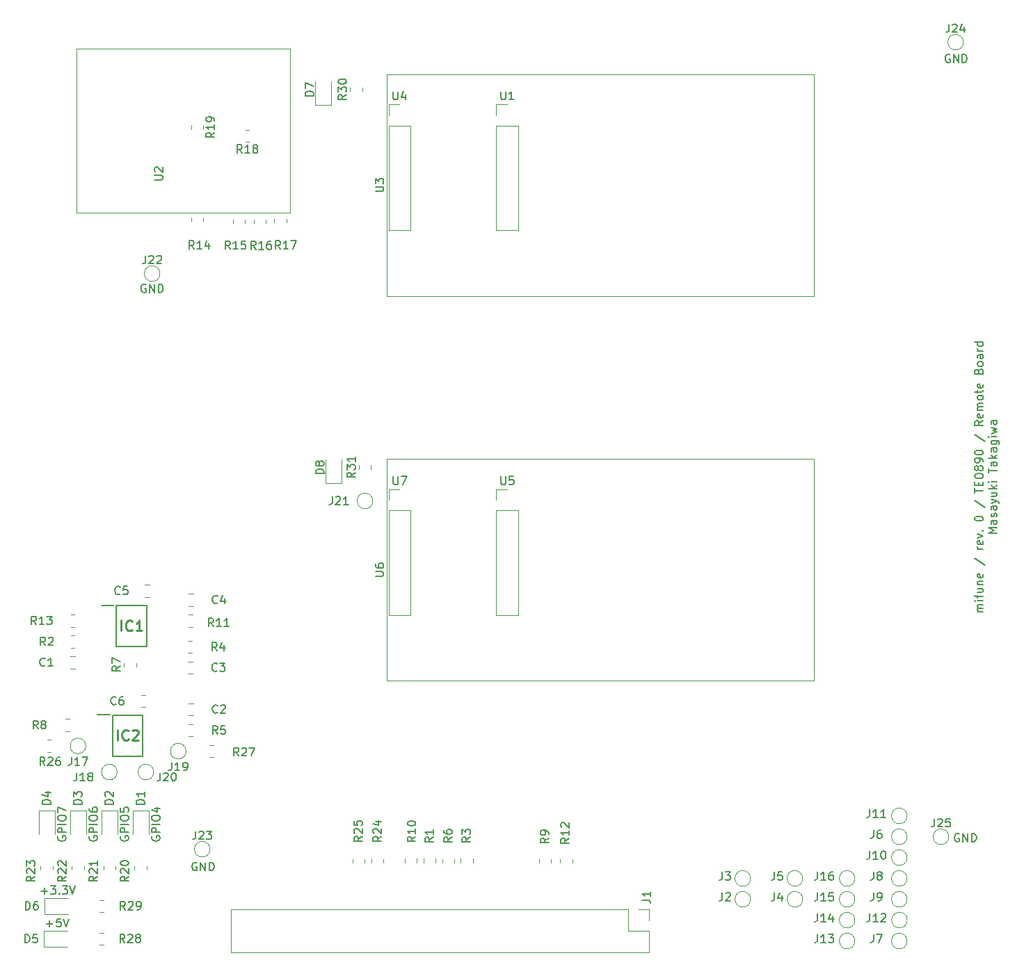
<source format=gto>
G04 #@! TF.GenerationSoftware,KiCad,Pcbnew,(5.1.8)-1*
G04 #@! TF.CreationDate,2021-03-08T00:14:45+09:00*
G04 #@! TF.ProjectId,mifune_TE0890_remote_board,6d696675-6e65-45f5-9445-303839305f72,rev?*
G04 #@! TF.SameCoordinates,Original*
G04 #@! TF.FileFunction,Legend,Top*
G04 #@! TF.FilePolarity,Positive*
%FSLAX46Y46*%
G04 Gerber Fmt 4.6, Leading zero omitted, Abs format (unit mm)*
G04 Created by KiCad (PCBNEW (5.1.8)-1) date 2021-03-08 00:14:45*
%MOMM*%
%LPD*%
G01*
G04 APERTURE LIST*
%ADD10C,0.150000*%
%ADD11C,0.200000*%
%ADD12C,0.120000*%
%ADD13C,0.254000*%
G04 APERTURE END LIST*
D10*
X160307780Y-146833761D02*
X159641114Y-146833761D01*
X159736352Y-146833761D02*
X159688733Y-146786142D01*
X159641114Y-146690904D01*
X159641114Y-146548047D01*
X159688733Y-146452809D01*
X159783971Y-146405190D01*
X160307780Y-146405190D01*
X159783971Y-146405190D02*
X159688733Y-146357571D01*
X159641114Y-146262333D01*
X159641114Y-146119476D01*
X159688733Y-146024238D01*
X159783971Y-145976619D01*
X160307780Y-145976619D01*
X160307780Y-145500428D02*
X159641114Y-145500428D01*
X159307780Y-145500428D02*
X159355400Y-145548047D01*
X159403019Y-145500428D01*
X159355400Y-145452809D01*
X159307780Y-145500428D01*
X159403019Y-145500428D01*
X159641114Y-145167095D02*
X159641114Y-144786142D01*
X160307780Y-145024238D02*
X159450638Y-145024238D01*
X159355400Y-144976619D01*
X159307780Y-144881380D01*
X159307780Y-144786142D01*
X159641114Y-144024238D02*
X160307780Y-144024238D01*
X159641114Y-144452809D02*
X160164923Y-144452809D01*
X160260161Y-144405190D01*
X160307780Y-144309952D01*
X160307780Y-144167095D01*
X160260161Y-144071857D01*
X160212542Y-144024238D01*
X159641114Y-143548047D02*
X160307780Y-143548047D01*
X159736352Y-143548047D02*
X159688733Y-143500428D01*
X159641114Y-143405190D01*
X159641114Y-143262333D01*
X159688733Y-143167095D01*
X159783971Y-143119476D01*
X160307780Y-143119476D01*
X160260161Y-142262333D02*
X160307780Y-142357571D01*
X160307780Y-142548047D01*
X160260161Y-142643285D01*
X160164923Y-142690904D01*
X159783971Y-142690904D01*
X159688733Y-142643285D01*
X159641114Y-142548047D01*
X159641114Y-142357571D01*
X159688733Y-142262333D01*
X159783971Y-142214714D01*
X159879209Y-142214714D01*
X159974447Y-142690904D01*
X159260161Y-140309952D02*
X160545876Y-141167095D01*
X160307780Y-139214714D02*
X159641114Y-139214714D01*
X159831590Y-139214714D02*
X159736352Y-139167095D01*
X159688733Y-139119476D01*
X159641114Y-139024238D01*
X159641114Y-138929000D01*
X160260161Y-138214714D02*
X160307780Y-138309952D01*
X160307780Y-138500428D01*
X160260161Y-138595666D01*
X160164923Y-138643285D01*
X159783971Y-138643285D01*
X159688733Y-138595666D01*
X159641114Y-138500428D01*
X159641114Y-138309952D01*
X159688733Y-138214714D01*
X159783971Y-138167095D01*
X159879209Y-138167095D01*
X159974447Y-138643285D01*
X159641114Y-137833761D02*
X160307780Y-137595666D01*
X159641114Y-137357571D01*
X160212542Y-136976619D02*
X160260161Y-136929000D01*
X160307780Y-136976619D01*
X160260161Y-137024238D01*
X160212542Y-136976619D01*
X160307780Y-136976619D01*
X159307780Y-135548047D02*
X159307780Y-135452809D01*
X159355400Y-135357571D01*
X159403019Y-135309952D01*
X159498257Y-135262333D01*
X159688733Y-135214714D01*
X159926828Y-135214714D01*
X160117304Y-135262333D01*
X160212542Y-135309952D01*
X160260161Y-135357571D01*
X160307780Y-135452809D01*
X160307780Y-135548047D01*
X160260161Y-135643285D01*
X160212542Y-135690904D01*
X160117304Y-135738523D01*
X159926828Y-135786142D01*
X159688733Y-135786142D01*
X159498257Y-135738523D01*
X159403019Y-135690904D01*
X159355400Y-135643285D01*
X159307780Y-135548047D01*
X159260161Y-133309952D02*
X160545876Y-134167095D01*
X159307780Y-132357571D02*
X159307780Y-131786142D01*
X160307780Y-132071857D02*
X159307780Y-132071857D01*
X159783971Y-131452809D02*
X159783971Y-131119476D01*
X160307780Y-130976619D02*
X160307780Y-131452809D01*
X159307780Y-131452809D01*
X159307780Y-130976619D01*
X159307780Y-130357571D02*
X159307780Y-130262333D01*
X159355400Y-130167095D01*
X159403019Y-130119476D01*
X159498257Y-130071857D01*
X159688733Y-130024238D01*
X159926828Y-130024238D01*
X160117304Y-130071857D01*
X160212542Y-130119476D01*
X160260161Y-130167095D01*
X160307780Y-130262333D01*
X160307780Y-130357571D01*
X160260161Y-130452809D01*
X160212542Y-130500428D01*
X160117304Y-130548047D01*
X159926828Y-130595666D01*
X159688733Y-130595666D01*
X159498257Y-130548047D01*
X159403019Y-130500428D01*
X159355400Y-130452809D01*
X159307780Y-130357571D01*
X159736352Y-129452809D02*
X159688733Y-129548047D01*
X159641114Y-129595666D01*
X159545876Y-129643285D01*
X159498257Y-129643285D01*
X159403019Y-129595666D01*
X159355400Y-129548047D01*
X159307780Y-129452809D01*
X159307780Y-129262333D01*
X159355400Y-129167095D01*
X159403019Y-129119476D01*
X159498257Y-129071857D01*
X159545876Y-129071857D01*
X159641114Y-129119476D01*
X159688733Y-129167095D01*
X159736352Y-129262333D01*
X159736352Y-129452809D01*
X159783971Y-129548047D01*
X159831590Y-129595666D01*
X159926828Y-129643285D01*
X160117304Y-129643285D01*
X160212542Y-129595666D01*
X160260161Y-129548047D01*
X160307780Y-129452809D01*
X160307780Y-129262333D01*
X160260161Y-129167095D01*
X160212542Y-129119476D01*
X160117304Y-129071857D01*
X159926828Y-129071857D01*
X159831590Y-129119476D01*
X159783971Y-129167095D01*
X159736352Y-129262333D01*
X160307780Y-128595666D02*
X160307780Y-128405190D01*
X160260161Y-128309952D01*
X160212542Y-128262333D01*
X160069685Y-128167095D01*
X159879209Y-128119476D01*
X159498257Y-128119476D01*
X159403019Y-128167095D01*
X159355400Y-128214714D01*
X159307780Y-128309952D01*
X159307780Y-128500428D01*
X159355400Y-128595666D01*
X159403019Y-128643285D01*
X159498257Y-128690904D01*
X159736352Y-128690904D01*
X159831590Y-128643285D01*
X159879209Y-128595666D01*
X159926828Y-128500428D01*
X159926828Y-128309952D01*
X159879209Y-128214714D01*
X159831590Y-128167095D01*
X159736352Y-128119476D01*
X159307780Y-127500428D02*
X159307780Y-127405190D01*
X159355400Y-127309952D01*
X159403019Y-127262333D01*
X159498257Y-127214714D01*
X159688733Y-127167095D01*
X159926828Y-127167095D01*
X160117304Y-127214714D01*
X160212542Y-127262333D01*
X160260161Y-127309952D01*
X160307780Y-127405190D01*
X160307780Y-127500428D01*
X160260161Y-127595666D01*
X160212542Y-127643285D01*
X160117304Y-127690904D01*
X159926828Y-127738523D01*
X159688733Y-127738523D01*
X159498257Y-127690904D01*
X159403019Y-127643285D01*
X159355400Y-127595666D01*
X159307780Y-127500428D01*
X159260161Y-125262333D02*
X160545876Y-126119476D01*
X160307780Y-123595666D02*
X159831590Y-123929000D01*
X160307780Y-124167095D02*
X159307780Y-124167095D01*
X159307780Y-123786142D01*
X159355400Y-123690904D01*
X159403019Y-123643285D01*
X159498257Y-123595666D01*
X159641114Y-123595666D01*
X159736352Y-123643285D01*
X159783971Y-123690904D01*
X159831590Y-123786142D01*
X159831590Y-124167095D01*
X160260161Y-122786142D02*
X160307780Y-122881380D01*
X160307780Y-123071857D01*
X160260161Y-123167095D01*
X160164923Y-123214714D01*
X159783971Y-123214714D01*
X159688733Y-123167095D01*
X159641114Y-123071857D01*
X159641114Y-122881380D01*
X159688733Y-122786142D01*
X159783971Y-122738523D01*
X159879209Y-122738523D01*
X159974447Y-123214714D01*
X160307780Y-122309952D02*
X159641114Y-122309952D01*
X159736352Y-122309952D02*
X159688733Y-122262333D01*
X159641114Y-122167095D01*
X159641114Y-122024238D01*
X159688733Y-121929000D01*
X159783971Y-121881380D01*
X160307780Y-121881380D01*
X159783971Y-121881380D02*
X159688733Y-121833761D01*
X159641114Y-121738523D01*
X159641114Y-121595666D01*
X159688733Y-121500428D01*
X159783971Y-121452809D01*
X160307780Y-121452809D01*
X160307780Y-120833761D02*
X160260161Y-120929000D01*
X160212542Y-120976619D01*
X160117304Y-121024238D01*
X159831590Y-121024238D01*
X159736352Y-120976619D01*
X159688733Y-120929000D01*
X159641114Y-120833761D01*
X159641114Y-120690904D01*
X159688733Y-120595666D01*
X159736352Y-120548047D01*
X159831590Y-120500428D01*
X160117304Y-120500428D01*
X160212542Y-120548047D01*
X160260161Y-120595666D01*
X160307780Y-120690904D01*
X160307780Y-120833761D01*
X159641114Y-120214714D02*
X159641114Y-119833761D01*
X159307780Y-120071857D02*
X160164923Y-120071857D01*
X160260161Y-120024238D01*
X160307780Y-119929000D01*
X160307780Y-119833761D01*
X160260161Y-119119476D02*
X160307780Y-119214714D01*
X160307780Y-119405190D01*
X160260161Y-119500428D01*
X160164923Y-119548047D01*
X159783971Y-119548047D01*
X159688733Y-119500428D01*
X159641114Y-119405190D01*
X159641114Y-119214714D01*
X159688733Y-119119476D01*
X159783971Y-119071857D01*
X159879209Y-119071857D01*
X159974447Y-119548047D01*
X159783971Y-117548047D02*
X159831590Y-117405190D01*
X159879209Y-117357571D01*
X159974447Y-117309952D01*
X160117304Y-117309952D01*
X160212542Y-117357571D01*
X160260161Y-117405190D01*
X160307780Y-117500428D01*
X160307780Y-117881380D01*
X159307780Y-117881380D01*
X159307780Y-117548047D01*
X159355400Y-117452809D01*
X159403019Y-117405190D01*
X159498257Y-117357571D01*
X159593495Y-117357571D01*
X159688733Y-117405190D01*
X159736352Y-117452809D01*
X159783971Y-117548047D01*
X159783971Y-117881380D01*
X160307780Y-116738523D02*
X160260161Y-116833761D01*
X160212542Y-116881380D01*
X160117304Y-116929000D01*
X159831590Y-116929000D01*
X159736352Y-116881380D01*
X159688733Y-116833761D01*
X159641114Y-116738523D01*
X159641114Y-116595666D01*
X159688733Y-116500428D01*
X159736352Y-116452809D01*
X159831590Y-116405190D01*
X160117304Y-116405190D01*
X160212542Y-116452809D01*
X160260161Y-116500428D01*
X160307780Y-116595666D01*
X160307780Y-116738523D01*
X160307780Y-115548047D02*
X159783971Y-115548047D01*
X159688733Y-115595666D01*
X159641114Y-115690904D01*
X159641114Y-115881380D01*
X159688733Y-115976619D01*
X160260161Y-115548047D02*
X160307780Y-115643285D01*
X160307780Y-115881380D01*
X160260161Y-115976619D01*
X160164923Y-116024238D01*
X160069685Y-116024238D01*
X159974447Y-115976619D01*
X159926828Y-115881380D01*
X159926828Y-115643285D01*
X159879209Y-115548047D01*
X160307780Y-115071857D02*
X159641114Y-115071857D01*
X159831590Y-115071857D02*
X159736352Y-115024238D01*
X159688733Y-114976619D01*
X159641114Y-114881380D01*
X159641114Y-114786142D01*
X160307780Y-114024238D02*
X159307780Y-114024238D01*
X160260161Y-114024238D02*
X160307780Y-114119476D01*
X160307780Y-114309952D01*
X160260161Y-114405190D01*
X160212542Y-114452809D01*
X160117304Y-114500428D01*
X159831590Y-114500428D01*
X159736352Y-114452809D01*
X159688733Y-114405190D01*
X159641114Y-114309952D01*
X159641114Y-114119476D01*
X159688733Y-114024238D01*
X161957780Y-137286142D02*
X160957780Y-137286142D01*
X161672066Y-136952809D01*
X160957780Y-136619476D01*
X161957780Y-136619476D01*
X161957780Y-135714714D02*
X161433971Y-135714714D01*
X161338733Y-135762333D01*
X161291114Y-135857571D01*
X161291114Y-136048047D01*
X161338733Y-136143285D01*
X161910161Y-135714714D02*
X161957780Y-135809952D01*
X161957780Y-136048047D01*
X161910161Y-136143285D01*
X161814923Y-136190904D01*
X161719685Y-136190904D01*
X161624447Y-136143285D01*
X161576828Y-136048047D01*
X161576828Y-135809952D01*
X161529209Y-135714714D01*
X161910161Y-135286142D02*
X161957780Y-135190904D01*
X161957780Y-135000428D01*
X161910161Y-134905190D01*
X161814923Y-134857571D01*
X161767304Y-134857571D01*
X161672066Y-134905190D01*
X161624447Y-135000428D01*
X161624447Y-135143285D01*
X161576828Y-135238523D01*
X161481590Y-135286142D01*
X161433971Y-135286142D01*
X161338733Y-135238523D01*
X161291114Y-135143285D01*
X161291114Y-135000428D01*
X161338733Y-134905190D01*
X161957780Y-134000428D02*
X161433971Y-134000428D01*
X161338733Y-134048047D01*
X161291114Y-134143285D01*
X161291114Y-134333761D01*
X161338733Y-134429000D01*
X161910161Y-134000428D02*
X161957780Y-134095666D01*
X161957780Y-134333761D01*
X161910161Y-134429000D01*
X161814923Y-134476619D01*
X161719685Y-134476619D01*
X161624447Y-134429000D01*
X161576828Y-134333761D01*
X161576828Y-134095666D01*
X161529209Y-134000428D01*
X161291114Y-133619476D02*
X161957780Y-133381380D01*
X161291114Y-133143285D02*
X161957780Y-133381380D01*
X162195876Y-133476619D01*
X162243495Y-133524238D01*
X162291114Y-133619476D01*
X161291114Y-132333761D02*
X161957780Y-132333761D01*
X161291114Y-132762333D02*
X161814923Y-132762333D01*
X161910161Y-132714714D01*
X161957780Y-132619476D01*
X161957780Y-132476619D01*
X161910161Y-132381380D01*
X161862542Y-132333761D01*
X161957780Y-131857571D02*
X160957780Y-131857571D01*
X161576828Y-131762333D02*
X161957780Y-131476619D01*
X161291114Y-131476619D02*
X161672066Y-131857571D01*
X161957780Y-131048047D02*
X161291114Y-131048047D01*
X160957780Y-131048047D02*
X161005400Y-131095666D01*
X161053019Y-131048047D01*
X161005400Y-131000428D01*
X160957780Y-131048047D01*
X161053019Y-131048047D01*
X160957780Y-129952809D02*
X160957780Y-129381380D01*
X161957780Y-129667095D02*
X160957780Y-129667095D01*
X161957780Y-128619476D02*
X161433971Y-128619476D01*
X161338733Y-128667095D01*
X161291114Y-128762333D01*
X161291114Y-128952809D01*
X161338733Y-129048047D01*
X161910161Y-128619476D02*
X161957780Y-128714714D01*
X161957780Y-128952809D01*
X161910161Y-129048047D01*
X161814923Y-129095666D01*
X161719685Y-129095666D01*
X161624447Y-129048047D01*
X161576828Y-128952809D01*
X161576828Y-128714714D01*
X161529209Y-128619476D01*
X161957780Y-128143285D02*
X160957780Y-128143285D01*
X161576828Y-128048047D02*
X161957780Y-127762333D01*
X161291114Y-127762333D02*
X161672066Y-128143285D01*
X161957780Y-126905190D02*
X161433971Y-126905190D01*
X161338733Y-126952809D01*
X161291114Y-127048047D01*
X161291114Y-127238523D01*
X161338733Y-127333761D01*
X161910161Y-126905190D02*
X161957780Y-127000428D01*
X161957780Y-127238523D01*
X161910161Y-127333761D01*
X161814923Y-127381380D01*
X161719685Y-127381380D01*
X161624447Y-127333761D01*
X161576828Y-127238523D01*
X161576828Y-127000428D01*
X161529209Y-126905190D01*
X161291114Y-126000428D02*
X162100638Y-126000428D01*
X162195876Y-126048047D01*
X162243495Y-126095666D01*
X162291114Y-126190904D01*
X162291114Y-126333761D01*
X162243495Y-126429000D01*
X161910161Y-126000428D02*
X161957780Y-126095666D01*
X161957780Y-126286142D01*
X161910161Y-126381380D01*
X161862542Y-126429000D01*
X161767304Y-126476619D01*
X161481590Y-126476619D01*
X161386352Y-126429000D01*
X161338733Y-126381380D01*
X161291114Y-126286142D01*
X161291114Y-126095666D01*
X161338733Y-126000428D01*
X161957780Y-125524238D02*
X161291114Y-125524238D01*
X160957780Y-125524238D02*
X161005400Y-125571857D01*
X161053019Y-125524238D01*
X161005400Y-125476619D01*
X160957780Y-125524238D01*
X161053019Y-125524238D01*
X161291114Y-125143285D02*
X161957780Y-124952809D01*
X161481590Y-124762333D01*
X161957780Y-124571857D01*
X161291114Y-124381380D01*
X161957780Y-123571857D02*
X161433971Y-123571857D01*
X161338733Y-123619476D01*
X161291114Y-123714714D01*
X161291114Y-123905190D01*
X161338733Y-124000428D01*
X161910161Y-123571857D02*
X161957780Y-123667095D01*
X161957780Y-123905190D01*
X161910161Y-124000428D01*
X161814923Y-124048047D01*
X161719685Y-124048047D01*
X161624447Y-124000428D01*
X161576828Y-123905190D01*
X161576828Y-123667095D01*
X161529209Y-123571857D01*
X64617695Y-177427000D02*
X64522457Y-177379380D01*
X64379600Y-177379380D01*
X64236742Y-177427000D01*
X64141504Y-177522238D01*
X64093885Y-177617476D01*
X64046266Y-177807952D01*
X64046266Y-177950809D01*
X64093885Y-178141285D01*
X64141504Y-178236523D01*
X64236742Y-178331761D01*
X64379600Y-178379380D01*
X64474838Y-178379380D01*
X64617695Y-178331761D01*
X64665314Y-178284142D01*
X64665314Y-177950809D01*
X64474838Y-177950809D01*
X65093885Y-178379380D02*
X65093885Y-177379380D01*
X65665314Y-178379380D01*
X65665314Y-177379380D01*
X66141504Y-178379380D02*
X66141504Y-177379380D01*
X66379600Y-177379380D01*
X66522457Y-177427000D01*
X66617695Y-177522238D01*
X66665314Y-177617476D01*
X66712933Y-177807952D01*
X66712933Y-177950809D01*
X66665314Y-178141285D01*
X66617695Y-178236523D01*
X66522457Y-178331761D01*
X66379600Y-178379380D01*
X66141504Y-178379380D01*
X157403895Y-173896400D02*
X157308657Y-173848780D01*
X157165800Y-173848780D01*
X157022942Y-173896400D01*
X156927704Y-173991638D01*
X156880085Y-174086876D01*
X156832466Y-174277352D01*
X156832466Y-174420209D01*
X156880085Y-174610685D01*
X156927704Y-174705923D01*
X157022942Y-174801161D01*
X157165800Y-174848780D01*
X157261038Y-174848780D01*
X157403895Y-174801161D01*
X157451514Y-174753542D01*
X157451514Y-174420209D01*
X157261038Y-174420209D01*
X157880085Y-174848780D02*
X157880085Y-173848780D01*
X158451514Y-174848780D01*
X158451514Y-173848780D01*
X158927704Y-174848780D02*
X158927704Y-173848780D01*
X159165800Y-173848780D01*
X159308657Y-173896400D01*
X159403895Y-173991638D01*
X159451514Y-174086876D01*
X159499133Y-174277352D01*
X159499133Y-174420209D01*
X159451514Y-174610685D01*
X159403895Y-174705923D01*
X159308657Y-174801161D01*
X159165800Y-174848780D01*
X158927704Y-174848780D01*
X156260895Y-79002000D02*
X156165657Y-78954380D01*
X156022800Y-78954380D01*
X155879942Y-79002000D01*
X155784704Y-79097238D01*
X155737085Y-79192476D01*
X155689466Y-79382952D01*
X155689466Y-79525809D01*
X155737085Y-79716285D01*
X155784704Y-79811523D01*
X155879942Y-79906761D01*
X156022800Y-79954380D01*
X156118038Y-79954380D01*
X156260895Y-79906761D01*
X156308514Y-79859142D01*
X156308514Y-79525809D01*
X156118038Y-79525809D01*
X156737085Y-79954380D02*
X156737085Y-78954380D01*
X157308514Y-79954380D01*
X157308514Y-78954380D01*
X157784704Y-79954380D02*
X157784704Y-78954380D01*
X158022800Y-78954380D01*
X158165657Y-79002000D01*
X158260895Y-79097238D01*
X158308514Y-79192476D01*
X158356133Y-79382952D01*
X158356133Y-79525809D01*
X158308514Y-79716285D01*
X158260895Y-79811523D01*
X158165657Y-79906761D01*
X158022800Y-79954380D01*
X157784704Y-79954380D01*
X58420095Y-106992800D02*
X58324857Y-106945180D01*
X58182000Y-106945180D01*
X58039142Y-106992800D01*
X57943904Y-107088038D01*
X57896285Y-107183276D01*
X57848666Y-107373752D01*
X57848666Y-107516609D01*
X57896285Y-107707085D01*
X57943904Y-107802323D01*
X58039142Y-107897561D01*
X58182000Y-107945180D01*
X58277238Y-107945180D01*
X58420095Y-107897561D01*
X58467714Y-107849942D01*
X58467714Y-107516609D01*
X58277238Y-107516609D01*
X58896285Y-107945180D02*
X58896285Y-106945180D01*
X59467714Y-107945180D01*
X59467714Y-106945180D01*
X59943904Y-107945180D02*
X59943904Y-106945180D01*
X60182000Y-106945180D01*
X60324857Y-106992800D01*
X60420095Y-107088038D01*
X60467714Y-107183276D01*
X60515333Y-107373752D01*
X60515333Y-107516609D01*
X60467714Y-107707085D01*
X60420095Y-107802323D01*
X60324857Y-107897561D01*
X60182000Y-107945180D01*
X59943904Y-107945180D01*
X45688500Y-180855928D02*
X46450404Y-180855928D01*
X46069452Y-181236880D02*
X46069452Y-180474976D01*
X46831357Y-180236880D02*
X47450404Y-180236880D01*
X47117071Y-180617833D01*
X47259928Y-180617833D01*
X47355166Y-180665452D01*
X47402785Y-180713071D01*
X47450404Y-180808309D01*
X47450404Y-181046404D01*
X47402785Y-181141642D01*
X47355166Y-181189261D01*
X47259928Y-181236880D01*
X46974214Y-181236880D01*
X46878976Y-181189261D01*
X46831357Y-181141642D01*
X47878976Y-181141642D02*
X47926595Y-181189261D01*
X47878976Y-181236880D01*
X47831357Y-181189261D01*
X47878976Y-181141642D01*
X47878976Y-181236880D01*
X48259928Y-180236880D02*
X48878976Y-180236880D01*
X48545642Y-180617833D01*
X48688500Y-180617833D01*
X48783738Y-180665452D01*
X48831357Y-180713071D01*
X48878976Y-180808309D01*
X48878976Y-181046404D01*
X48831357Y-181141642D01*
X48783738Y-181189261D01*
X48688500Y-181236880D01*
X48402785Y-181236880D01*
X48307547Y-181189261D01*
X48259928Y-181141642D01*
X49164690Y-180236880D02*
X49498023Y-181236880D01*
X49831357Y-180236880D01*
X46339285Y-184856428D02*
X47101190Y-184856428D01*
X46720238Y-185237380D02*
X46720238Y-184475476D01*
X48053571Y-184237380D02*
X47577380Y-184237380D01*
X47529761Y-184713571D01*
X47577380Y-184665952D01*
X47672619Y-184618333D01*
X47910714Y-184618333D01*
X48005952Y-184665952D01*
X48053571Y-184713571D01*
X48101190Y-184808809D01*
X48101190Y-185046904D01*
X48053571Y-185142142D01*
X48005952Y-185189761D01*
X47910714Y-185237380D01*
X47672619Y-185237380D01*
X47577380Y-185189761D01*
X47529761Y-185142142D01*
X48386904Y-184237380D02*
X48720238Y-185237380D01*
X49053571Y-184237380D01*
X47760000Y-174196190D02*
X47712380Y-174291428D01*
X47712380Y-174434285D01*
X47760000Y-174577142D01*
X47855238Y-174672380D01*
X47950476Y-174720000D01*
X48140952Y-174767619D01*
X48283809Y-174767619D01*
X48474285Y-174720000D01*
X48569523Y-174672380D01*
X48664761Y-174577142D01*
X48712380Y-174434285D01*
X48712380Y-174339047D01*
X48664761Y-174196190D01*
X48617142Y-174148571D01*
X48283809Y-174148571D01*
X48283809Y-174339047D01*
X48712380Y-173720000D02*
X47712380Y-173720000D01*
X47712380Y-173339047D01*
X47760000Y-173243809D01*
X47807619Y-173196190D01*
X47902857Y-173148571D01*
X48045714Y-173148571D01*
X48140952Y-173196190D01*
X48188571Y-173243809D01*
X48236190Y-173339047D01*
X48236190Y-173720000D01*
X48712380Y-172720000D02*
X47712380Y-172720000D01*
X47712380Y-172053333D02*
X47712380Y-171862857D01*
X47760000Y-171767619D01*
X47855238Y-171672380D01*
X48045714Y-171624761D01*
X48379047Y-171624761D01*
X48569523Y-171672380D01*
X48664761Y-171767619D01*
X48712380Y-171862857D01*
X48712380Y-172053333D01*
X48664761Y-172148571D01*
X48569523Y-172243809D01*
X48379047Y-172291428D01*
X48045714Y-172291428D01*
X47855238Y-172243809D01*
X47760000Y-172148571D01*
X47712380Y-172053333D01*
X47712380Y-171291428D02*
X47712380Y-170624761D01*
X48712380Y-171053333D01*
X51570000Y-174196190D02*
X51522380Y-174291428D01*
X51522380Y-174434285D01*
X51570000Y-174577142D01*
X51665238Y-174672380D01*
X51760476Y-174720000D01*
X51950952Y-174767619D01*
X52093809Y-174767619D01*
X52284285Y-174720000D01*
X52379523Y-174672380D01*
X52474761Y-174577142D01*
X52522380Y-174434285D01*
X52522380Y-174339047D01*
X52474761Y-174196190D01*
X52427142Y-174148571D01*
X52093809Y-174148571D01*
X52093809Y-174339047D01*
X52522380Y-173720000D02*
X51522380Y-173720000D01*
X51522380Y-173339047D01*
X51570000Y-173243809D01*
X51617619Y-173196190D01*
X51712857Y-173148571D01*
X51855714Y-173148571D01*
X51950952Y-173196190D01*
X51998571Y-173243809D01*
X52046190Y-173339047D01*
X52046190Y-173720000D01*
X52522380Y-172720000D02*
X51522380Y-172720000D01*
X51522380Y-172053333D02*
X51522380Y-171862857D01*
X51570000Y-171767619D01*
X51665238Y-171672380D01*
X51855714Y-171624761D01*
X52189047Y-171624761D01*
X52379523Y-171672380D01*
X52474761Y-171767619D01*
X52522380Y-171862857D01*
X52522380Y-172053333D01*
X52474761Y-172148571D01*
X52379523Y-172243809D01*
X52189047Y-172291428D01*
X51855714Y-172291428D01*
X51665238Y-172243809D01*
X51570000Y-172148571D01*
X51522380Y-172053333D01*
X51522380Y-170767619D02*
X51522380Y-170958095D01*
X51570000Y-171053333D01*
X51617619Y-171100952D01*
X51760476Y-171196190D01*
X51950952Y-171243809D01*
X52331904Y-171243809D01*
X52427142Y-171196190D01*
X52474761Y-171148571D01*
X52522380Y-171053333D01*
X52522380Y-170862857D01*
X52474761Y-170767619D01*
X52427142Y-170720000D01*
X52331904Y-170672380D01*
X52093809Y-170672380D01*
X51998571Y-170720000D01*
X51950952Y-170767619D01*
X51903333Y-170862857D01*
X51903333Y-171053333D01*
X51950952Y-171148571D01*
X51998571Y-171196190D01*
X52093809Y-171243809D01*
X55380000Y-174196190D02*
X55332380Y-174291428D01*
X55332380Y-174434285D01*
X55380000Y-174577142D01*
X55475238Y-174672380D01*
X55570476Y-174720000D01*
X55760952Y-174767619D01*
X55903809Y-174767619D01*
X56094285Y-174720000D01*
X56189523Y-174672380D01*
X56284761Y-174577142D01*
X56332380Y-174434285D01*
X56332380Y-174339047D01*
X56284761Y-174196190D01*
X56237142Y-174148571D01*
X55903809Y-174148571D01*
X55903809Y-174339047D01*
X56332380Y-173720000D02*
X55332380Y-173720000D01*
X55332380Y-173339047D01*
X55380000Y-173243809D01*
X55427619Y-173196190D01*
X55522857Y-173148571D01*
X55665714Y-173148571D01*
X55760952Y-173196190D01*
X55808571Y-173243809D01*
X55856190Y-173339047D01*
X55856190Y-173720000D01*
X56332380Y-172720000D02*
X55332380Y-172720000D01*
X55332380Y-172053333D02*
X55332380Y-171862857D01*
X55380000Y-171767619D01*
X55475238Y-171672380D01*
X55665714Y-171624761D01*
X55999047Y-171624761D01*
X56189523Y-171672380D01*
X56284761Y-171767619D01*
X56332380Y-171862857D01*
X56332380Y-172053333D01*
X56284761Y-172148571D01*
X56189523Y-172243809D01*
X55999047Y-172291428D01*
X55665714Y-172291428D01*
X55475238Y-172243809D01*
X55380000Y-172148571D01*
X55332380Y-172053333D01*
X55332380Y-170720000D02*
X55332380Y-171196190D01*
X55808571Y-171243809D01*
X55760952Y-171196190D01*
X55713333Y-171100952D01*
X55713333Y-170862857D01*
X55760952Y-170767619D01*
X55808571Y-170720000D01*
X55903809Y-170672380D01*
X56141904Y-170672380D01*
X56237142Y-170720000D01*
X56284761Y-170767619D01*
X56332380Y-170862857D01*
X56332380Y-171100952D01*
X56284761Y-171196190D01*
X56237142Y-171243809D01*
X59190000Y-174196190D02*
X59142380Y-174291428D01*
X59142380Y-174434285D01*
X59190000Y-174577142D01*
X59285238Y-174672380D01*
X59380476Y-174720000D01*
X59570952Y-174767619D01*
X59713809Y-174767619D01*
X59904285Y-174720000D01*
X59999523Y-174672380D01*
X60094761Y-174577142D01*
X60142380Y-174434285D01*
X60142380Y-174339047D01*
X60094761Y-174196190D01*
X60047142Y-174148571D01*
X59713809Y-174148571D01*
X59713809Y-174339047D01*
X60142380Y-173720000D02*
X59142380Y-173720000D01*
X59142380Y-173339047D01*
X59190000Y-173243809D01*
X59237619Y-173196190D01*
X59332857Y-173148571D01*
X59475714Y-173148571D01*
X59570952Y-173196190D01*
X59618571Y-173243809D01*
X59666190Y-173339047D01*
X59666190Y-173720000D01*
X60142380Y-172720000D02*
X59142380Y-172720000D01*
X59142380Y-172053333D02*
X59142380Y-171862857D01*
X59190000Y-171767619D01*
X59285238Y-171672380D01*
X59475714Y-171624761D01*
X59809047Y-171624761D01*
X59999523Y-171672380D01*
X60094761Y-171767619D01*
X60142380Y-171862857D01*
X60142380Y-172053333D01*
X60094761Y-172148571D01*
X59999523Y-172243809D01*
X59809047Y-172291428D01*
X59475714Y-172291428D01*
X59285238Y-172243809D01*
X59190000Y-172148571D01*
X59142380Y-172053333D01*
X59475714Y-170767619D02*
X60142380Y-170767619D01*
X59094761Y-171005714D02*
X59809047Y-171243809D01*
X59809047Y-170624761D01*
D11*
G04 #@! TO.C,IC1*
X54817400Y-146090000D02*
X58517400Y-146090000D01*
X58517400Y-146090000D02*
X58517400Y-151090000D01*
X58517400Y-151090000D02*
X54817400Y-151090000D01*
X54817400Y-151090000D02*
X54817400Y-146090000D01*
X52992400Y-146065000D02*
X54467400Y-146065000D01*
D12*
G04 #@! TO.C,R10*
X89907400Y-177392064D02*
X89907400Y-176937936D01*
X91377400Y-177392064D02*
X91377400Y-176937936D01*
G04 #@! TO.C,U6*
X87718000Y-155257000D02*
X139718000Y-155257000D01*
X139718000Y-128257000D02*
X87718000Y-128257000D01*
X87718000Y-128257000D02*
X87718000Y-155257000D01*
X139718000Y-155257000D02*
X139718000Y-128257000D01*
G04 #@! TO.C,U3*
X139716000Y-108387800D02*
X139716000Y-81387800D01*
X87716000Y-81387800D02*
X87716000Y-108387800D01*
X139716000Y-81387800D02*
X87716000Y-81387800D01*
X87716000Y-108387800D02*
X139716000Y-108387800D01*
G04 #@! TO.C,C1*
X49769752Y-152300000D02*
X49247248Y-152300000D01*
X49769752Y-153770000D02*
X49247248Y-153770000D01*
G04 #@! TO.C,C2*
X63641248Y-159485000D02*
X64163752Y-159485000D01*
X63641248Y-158015000D02*
X64163752Y-158015000D01*
G04 #@! TO.C,C3*
X63565048Y-152935000D02*
X64087552Y-152935000D01*
X63565048Y-154405000D02*
X64087552Y-154405000D01*
G04 #@! TO.C,C4*
X63641248Y-144680000D02*
X64163752Y-144680000D01*
X63641248Y-146150000D02*
X64163752Y-146150000D01*
G04 #@! TO.C,C5*
X58837552Y-143562000D02*
X58315048Y-143562000D01*
X58837552Y-145032000D02*
X58315048Y-145032000D01*
G04 #@! TO.C,C6*
X58385252Y-158469000D02*
X57862748Y-158469000D01*
X58385252Y-156999000D02*
X57862748Y-156999000D01*
G04 #@! TO.C,D1*
X58745000Y-173929000D02*
X58745000Y-171069000D01*
X58745000Y-171069000D02*
X56825000Y-171069000D01*
X56825000Y-171069000D02*
X56825000Y-173929000D01*
G04 #@! TO.C,D2*
X53015000Y-171069000D02*
X53015000Y-173929000D01*
X54935000Y-171069000D02*
X53015000Y-171069000D01*
X54935000Y-173929000D02*
X54935000Y-171069000D01*
G04 #@! TO.C,D3*
X51125000Y-173929000D02*
X51125000Y-171069000D01*
X51125000Y-171069000D02*
X49205000Y-171069000D01*
X49205000Y-171069000D02*
X49205000Y-173929000D01*
G04 #@! TO.C,D4*
X45395000Y-171069000D02*
X45395000Y-173929000D01*
X47315000Y-171069000D02*
X45395000Y-171069000D01*
X47315000Y-173929000D02*
X47315000Y-171069000D01*
D11*
G04 #@! TO.C,IC2*
X52535200Y-159400000D02*
X54010200Y-159400000D01*
X54360200Y-164425000D02*
X54360200Y-159425000D01*
X58060200Y-164425000D02*
X54360200Y-164425000D01*
X58060200Y-159425000D02*
X58060200Y-164425000D01*
X54360200Y-159425000D02*
X58060200Y-159425000D01*
D12*
G04 #@! TO.C,J1*
X119694000Y-183120000D02*
X119694000Y-184450000D01*
X118364000Y-183120000D02*
X119694000Y-183120000D01*
X119694000Y-185720000D02*
X119694000Y-188320000D01*
X117094000Y-185720000D02*
X119694000Y-185720000D01*
X117094000Y-183120000D02*
X117094000Y-185720000D01*
X119694000Y-188320000D02*
X68774000Y-188320000D01*
X117094000Y-183120000D02*
X68774000Y-183120000D01*
X68774000Y-183120000D02*
X68774000Y-188320000D01*
G04 #@! TO.C,J2*
X132014000Y-181864000D02*
G75*
G03*
X132014000Y-181864000I-950000J0D01*
G01*
G04 #@! TO.C,J3*
X132014000Y-179324000D02*
G75*
G03*
X132014000Y-179324000I-950000J0D01*
G01*
G04 #@! TO.C,J4*
X138364000Y-181864000D02*
G75*
G03*
X138364000Y-181864000I-950000J0D01*
G01*
G04 #@! TO.C,J5*
X138364000Y-179324000D02*
G75*
G03*
X138364000Y-179324000I-950000J0D01*
G01*
G04 #@! TO.C,J6*
X151064000Y-174244000D02*
G75*
G03*
X151064000Y-174244000I-950000J0D01*
G01*
G04 #@! TO.C,J7*
X151064000Y-186944000D02*
G75*
G03*
X151064000Y-186944000I-950000J0D01*
G01*
G04 #@! TO.C,J8*
X151064000Y-179324000D02*
G75*
G03*
X151064000Y-179324000I-950000J0D01*
G01*
G04 #@! TO.C,J9*
X151064000Y-181864000D02*
G75*
G03*
X151064000Y-181864000I-950000J0D01*
G01*
G04 #@! TO.C,J10*
X151064000Y-176784000D02*
G75*
G03*
X151064000Y-176784000I-950000J0D01*
G01*
G04 #@! TO.C,J11*
X151064000Y-171704000D02*
G75*
G03*
X151064000Y-171704000I-950000J0D01*
G01*
G04 #@! TO.C,J12*
X151089000Y-184404000D02*
G75*
G03*
X151089000Y-184404000I-950000J0D01*
G01*
G04 #@! TO.C,J13*
X144714000Y-186944000D02*
G75*
G03*
X144714000Y-186944000I-950000J0D01*
G01*
G04 #@! TO.C,J14*
X144714000Y-184404000D02*
G75*
G03*
X144714000Y-184404000I-950000J0D01*
G01*
G04 #@! TO.C,J15*
X144714000Y-181864000D02*
G75*
G03*
X144714000Y-181864000I-950000J0D01*
G01*
G04 #@! TO.C,J16*
X144714000Y-179324000D02*
G75*
G03*
X144714000Y-179324000I-950000J0D01*
G01*
G04 #@! TO.C,J17*
X51115000Y-163195000D02*
G75*
G03*
X51115000Y-163195000I-950000J0D01*
G01*
G04 #@! TO.C,J18*
X54925000Y-166370000D02*
G75*
G03*
X54925000Y-166370000I-950000J0D01*
G01*
G04 #@! TO.C,J19*
X63307000Y-163830000D02*
G75*
G03*
X63307000Y-163830000I-950000J0D01*
G01*
G04 #@! TO.C,J20*
X59370000Y-166370000D02*
G75*
G03*
X59370000Y-166370000I-950000J0D01*
G01*
G04 #@! TO.C,J21*
X86040000Y-133350000D02*
G75*
G03*
X86040000Y-133350000I-950000J0D01*
G01*
G04 #@! TO.C,R1*
X92193400Y-176937936D02*
X92193400Y-177392064D01*
X93663400Y-176937936D02*
X93663400Y-177392064D01*
G04 #@! TO.C,R2*
X49757064Y-151230000D02*
X49302936Y-151230000D01*
X49757064Y-149760000D02*
X49302936Y-149760000D01*
G04 #@! TO.C,R3*
X98220200Y-177392064D02*
X98220200Y-176937936D01*
X96750200Y-177392064D02*
X96750200Y-176937936D01*
G04 #@! TO.C,R4*
X63997064Y-150395000D02*
X63542936Y-150395000D01*
X63997064Y-151865000D02*
X63542936Y-151865000D01*
G04 #@! TO.C,R5*
X64092064Y-162025000D02*
X63637936Y-162025000D01*
X64092064Y-160555000D02*
X63637936Y-160555000D01*
G04 #@! TO.C,R6*
X95949400Y-177408064D02*
X95949400Y-176953936D01*
X94479400Y-177408064D02*
X94479400Y-176953936D01*
G04 #@! TO.C,R7*
X55780000Y-153532064D02*
X55780000Y-153077936D01*
X57250000Y-153532064D02*
X57250000Y-153077936D01*
G04 #@! TO.C,R8*
X49122064Y-161390000D02*
X48667936Y-161390000D01*
X49122064Y-159920000D02*
X48667936Y-159920000D01*
G04 #@! TO.C,R9*
X106250000Y-176946936D02*
X106250000Y-177401064D01*
X107720000Y-176946936D02*
X107720000Y-177401064D01*
G04 #@! TO.C,R11*
X64092064Y-147220000D02*
X63637936Y-147220000D01*
X64092064Y-148690000D02*
X63637936Y-148690000D01*
G04 #@! TO.C,R12*
X108841000Y-176946936D02*
X108841000Y-177401064D01*
X110311000Y-176946936D02*
X110311000Y-177401064D01*
G04 #@! TO.C,R13*
X49757064Y-147220000D02*
X49302936Y-147220000D01*
X49757064Y-148690000D02*
X49302936Y-148690000D01*
G04 #@! TO.C,R14*
X65403400Y-98842336D02*
X65403400Y-99296464D01*
X63933400Y-98842336D02*
X63933400Y-99296464D01*
G04 #@! TO.C,R15*
X70483400Y-99077536D02*
X70483400Y-99531664D01*
X69013400Y-99077536D02*
X69013400Y-99531664D01*
G04 #@! TO.C,R16*
X71553400Y-99077536D02*
X71553400Y-99531664D01*
X73023400Y-99077536D02*
X73023400Y-99531664D01*
G04 #@! TO.C,R17*
X75538000Y-98975936D02*
X75538000Y-99430064D01*
X74068000Y-98975936D02*
X74068000Y-99430064D01*
G04 #@! TO.C,R18*
X71000864Y-88139600D02*
X70546736Y-88139600D01*
X71000864Y-89609600D02*
X70546736Y-89609600D01*
G04 #@! TO.C,R19*
X65403400Y-87606136D02*
X65403400Y-88060264D01*
X63933400Y-87606136D02*
X63933400Y-88060264D01*
G04 #@! TO.C,R20*
X57050000Y-178261064D02*
X57050000Y-177806936D01*
X58520000Y-178261064D02*
X58520000Y-177806936D01*
G04 #@! TO.C,R21*
X54720000Y-178261064D02*
X54720000Y-177806936D01*
X53250000Y-178261064D02*
X53250000Y-177806936D01*
G04 #@! TO.C,R22*
X49430000Y-178261064D02*
X49430000Y-177806936D01*
X50900000Y-178261064D02*
X50900000Y-177806936D01*
G04 #@! TO.C,R23*
X47090000Y-178261064D02*
X47090000Y-177806936D01*
X45620000Y-178261064D02*
X45620000Y-177806936D01*
G04 #@! TO.C,R24*
X87313400Y-176953936D02*
X87313400Y-177408064D01*
X85843400Y-176953936D02*
X85843400Y-177408064D01*
G04 #@! TO.C,R25*
X83557400Y-176953936D02*
X83557400Y-177408064D01*
X85027400Y-176953936D02*
X85027400Y-177408064D01*
G04 #@! TO.C,R26*
X46852064Y-163930000D02*
X46397936Y-163930000D01*
X46852064Y-162460000D02*
X46397936Y-162460000D01*
G04 #@! TO.C,R27*
X66632064Y-163095000D02*
X66177936Y-163095000D01*
X66632064Y-164565000D02*
X66177936Y-164565000D01*
G04 #@! TO.C,U1*
X101060000Y-85036100D02*
X102390000Y-85036100D01*
X101060000Y-86366100D02*
X101060000Y-85036100D01*
X101060000Y-87636100D02*
X103720000Y-87636100D01*
X103720000Y-87636100D02*
X103720000Y-100396100D01*
X101060000Y-87636100D02*
X101060000Y-100396100D01*
X101060000Y-100396100D02*
X103720000Y-100396100D01*
G04 #@! TO.C,U2*
X49988400Y-78257400D02*
X49988400Y-98277400D01*
X75958400Y-78257400D02*
X49988400Y-78257400D01*
X75958400Y-98277400D02*
X49988400Y-98277400D01*
X75958400Y-78257400D02*
X75958400Y-98277400D01*
G04 #@! TO.C,U4*
X87961200Y-100396100D02*
X90621200Y-100396100D01*
X87961200Y-87636100D02*
X87961200Y-100396100D01*
X90621200Y-87636100D02*
X90621200Y-100396100D01*
X87961200Y-87636100D02*
X90621200Y-87636100D01*
X87961200Y-86366100D02*
X87961200Y-85036100D01*
X87961200Y-85036100D02*
X89291200Y-85036100D01*
G04 #@! TO.C,U5*
X101060000Y-131916000D02*
X102390000Y-131916000D01*
X101060000Y-133246000D02*
X101060000Y-131916000D01*
X101060000Y-134516000D02*
X103720000Y-134516000D01*
X103720000Y-134516000D02*
X103720000Y-147276000D01*
X101060000Y-134516000D02*
X101060000Y-147276000D01*
X101060000Y-147276000D02*
X103720000Y-147276000D01*
G04 #@! TO.C,U7*
X87968800Y-147271000D02*
X90628800Y-147271000D01*
X87968800Y-134511000D02*
X87968800Y-147271000D01*
X90628800Y-134511000D02*
X90628800Y-147271000D01*
X87968800Y-134511000D02*
X90628800Y-134511000D01*
X87968800Y-133241000D02*
X87968800Y-131911000D01*
X87968800Y-131911000D02*
X89298800Y-131911000D01*
G04 #@! TO.C,D5*
X46010000Y-187650000D02*
X48870000Y-187650000D01*
X46010000Y-185730000D02*
X46010000Y-187650000D01*
X48870000Y-185730000D02*
X46010000Y-185730000D01*
G04 #@! TO.C,D6*
X46073500Y-183650000D02*
X48933500Y-183650000D01*
X46073500Y-181730000D02*
X46073500Y-183650000D01*
X48933500Y-181730000D02*
X46073500Y-181730000D01*
G04 #@! TO.C,D7*
X80970000Y-85121200D02*
X80970000Y-82261200D01*
X79050000Y-85121200D02*
X80970000Y-85121200D01*
X79050000Y-82261200D02*
X79050000Y-85121200D01*
G04 #@! TO.C,D8*
X80320000Y-128295000D02*
X80320000Y-131155000D01*
X80320000Y-131155000D02*
X82240000Y-131155000D01*
X82240000Y-131155000D02*
X82240000Y-128295000D01*
G04 #@! TO.C,R28*
X53246264Y-185955000D02*
X52792136Y-185955000D01*
X53246264Y-187425000D02*
X52792136Y-187425000D01*
G04 #@! TO.C,R29*
X53265564Y-181955000D02*
X52811436Y-181955000D01*
X53265564Y-183425000D02*
X52811436Y-183425000D01*
G04 #@! TO.C,R30*
X83288200Y-83472264D02*
X83288200Y-83018136D01*
X84758200Y-83472264D02*
X84758200Y-83018136D01*
G04 #@! TO.C,R31*
X85825000Y-129462064D02*
X85825000Y-129007936D01*
X84355000Y-129462064D02*
X84355000Y-129007936D01*
G04 #@! TO.C,J22*
X60132000Y-105664000D02*
G75*
G03*
X60132000Y-105664000I-950000J0D01*
G01*
G04 #@! TO.C,J23*
X66228000Y-175768000D02*
G75*
G03*
X66228000Y-175768000I-950000J0D01*
G01*
G04 #@! TO.C,J24*
X157922000Y-77470000D02*
G75*
G03*
X157922000Y-77470000I-950000J0D01*
G01*
G04 #@! TO.C,J25*
X156144000Y-174244000D02*
G75*
G03*
X156144000Y-174244000I-950000J0D01*
G01*
G04 #@! TO.C,IC1*
D13*
X55427638Y-149164523D02*
X55427638Y-147894523D01*
X56758114Y-149043571D02*
X56697638Y-149104047D01*
X56516209Y-149164523D01*
X56395257Y-149164523D01*
X56213828Y-149104047D01*
X56092876Y-148983095D01*
X56032400Y-148862142D01*
X55971923Y-148620238D01*
X55971923Y-148438809D01*
X56032400Y-148196904D01*
X56092876Y-148075952D01*
X56213828Y-147955000D01*
X56395257Y-147894523D01*
X56516209Y-147894523D01*
X56697638Y-147955000D01*
X56758114Y-148015476D01*
X57967638Y-149164523D02*
X57241923Y-149164523D01*
X57604780Y-149164523D02*
X57604780Y-147894523D01*
X57483828Y-148075952D01*
X57362876Y-148196904D01*
X57241923Y-148257380D01*
G04 #@! TO.C,R10*
D10*
X91247180Y-174235857D02*
X90770990Y-174569190D01*
X91247180Y-174807285D02*
X90247180Y-174807285D01*
X90247180Y-174426333D01*
X90294800Y-174331095D01*
X90342419Y-174283476D01*
X90437657Y-174235857D01*
X90580514Y-174235857D01*
X90675752Y-174283476D01*
X90723371Y-174331095D01*
X90770990Y-174426333D01*
X90770990Y-174807285D01*
X91247180Y-173283476D02*
X91247180Y-173854904D01*
X91247180Y-173569190D02*
X90247180Y-173569190D01*
X90390038Y-173664428D01*
X90485276Y-173759666D01*
X90532895Y-173854904D01*
X90247180Y-172664428D02*
X90247180Y-172569190D01*
X90294800Y-172473952D01*
X90342419Y-172426333D01*
X90437657Y-172378714D01*
X90628133Y-172331095D01*
X90866228Y-172331095D01*
X91056704Y-172378714D01*
X91151942Y-172426333D01*
X91199561Y-172473952D01*
X91247180Y-172569190D01*
X91247180Y-172664428D01*
X91199561Y-172759666D01*
X91151942Y-172807285D01*
X91056704Y-172854904D01*
X90866228Y-172902523D01*
X90628133Y-172902523D01*
X90437657Y-172854904D01*
X90342419Y-172807285D01*
X90294800Y-172759666D01*
X90247180Y-172664428D01*
G04 #@! TO.C,U6*
X86355380Y-142518904D02*
X87164904Y-142518904D01*
X87260142Y-142471285D01*
X87307761Y-142423666D01*
X87355380Y-142328428D01*
X87355380Y-142137952D01*
X87307761Y-142042714D01*
X87260142Y-141995095D01*
X87164904Y-141947476D01*
X86355380Y-141947476D01*
X86355380Y-141042714D02*
X86355380Y-141233190D01*
X86403000Y-141328428D01*
X86450619Y-141376047D01*
X86593476Y-141471285D01*
X86783952Y-141518904D01*
X87164904Y-141518904D01*
X87260142Y-141471285D01*
X87307761Y-141423666D01*
X87355380Y-141328428D01*
X87355380Y-141137952D01*
X87307761Y-141042714D01*
X87260142Y-140995095D01*
X87164904Y-140947476D01*
X86926809Y-140947476D01*
X86831571Y-140995095D01*
X86783952Y-141042714D01*
X86736333Y-141137952D01*
X86736333Y-141328428D01*
X86783952Y-141423666D01*
X86831571Y-141471285D01*
X86926809Y-141518904D01*
G04 #@! TO.C,U3*
X86353380Y-95649704D02*
X87162904Y-95649704D01*
X87258142Y-95602085D01*
X87305761Y-95554466D01*
X87353380Y-95459228D01*
X87353380Y-95268752D01*
X87305761Y-95173514D01*
X87258142Y-95125895D01*
X87162904Y-95078276D01*
X86353380Y-95078276D01*
X86353380Y-94697323D02*
X86353380Y-94078276D01*
X86734333Y-94411609D01*
X86734333Y-94268752D01*
X86781952Y-94173514D01*
X86829571Y-94125895D01*
X86924809Y-94078276D01*
X87162904Y-94078276D01*
X87258142Y-94125895D01*
X87305761Y-94173514D01*
X87353380Y-94268752D01*
X87353380Y-94554466D01*
X87305761Y-94649704D01*
X87258142Y-94697323D01*
G04 #@! TO.C,C1*
X46145333Y-153392142D02*
X46097714Y-153439761D01*
X45954857Y-153487380D01*
X45859619Y-153487380D01*
X45716761Y-153439761D01*
X45621523Y-153344523D01*
X45573904Y-153249285D01*
X45526285Y-153058809D01*
X45526285Y-152915952D01*
X45573904Y-152725476D01*
X45621523Y-152630238D01*
X45716761Y-152535000D01*
X45859619Y-152487380D01*
X45954857Y-152487380D01*
X46097714Y-152535000D01*
X46145333Y-152582619D01*
X47097714Y-153487380D02*
X46526285Y-153487380D01*
X46812000Y-153487380D02*
X46812000Y-152487380D01*
X46716761Y-152630238D01*
X46621523Y-152725476D01*
X46526285Y-152773095D01*
G04 #@! TO.C,C2*
X67143333Y-159107142D02*
X67095714Y-159154761D01*
X66952857Y-159202380D01*
X66857619Y-159202380D01*
X66714761Y-159154761D01*
X66619523Y-159059523D01*
X66571904Y-158964285D01*
X66524285Y-158773809D01*
X66524285Y-158630952D01*
X66571904Y-158440476D01*
X66619523Y-158345238D01*
X66714761Y-158250000D01*
X66857619Y-158202380D01*
X66952857Y-158202380D01*
X67095714Y-158250000D01*
X67143333Y-158297619D01*
X67524285Y-158297619D02*
X67571904Y-158250000D01*
X67667142Y-158202380D01*
X67905238Y-158202380D01*
X68000476Y-158250000D01*
X68048095Y-158297619D01*
X68095714Y-158392857D01*
X68095714Y-158488095D01*
X68048095Y-158630952D01*
X67476666Y-159202380D01*
X68095714Y-159202380D01*
G04 #@! TO.C,C3*
X67092533Y-154001742D02*
X67044914Y-154049361D01*
X66902057Y-154096980D01*
X66806819Y-154096980D01*
X66663961Y-154049361D01*
X66568723Y-153954123D01*
X66521104Y-153858885D01*
X66473485Y-153668409D01*
X66473485Y-153525552D01*
X66521104Y-153335076D01*
X66568723Y-153239838D01*
X66663961Y-153144600D01*
X66806819Y-153096980D01*
X66902057Y-153096980D01*
X67044914Y-153144600D01*
X67092533Y-153192219D01*
X67425866Y-153096980D02*
X68044914Y-153096980D01*
X67711580Y-153477933D01*
X67854438Y-153477933D01*
X67949676Y-153525552D01*
X67997295Y-153573171D01*
X68044914Y-153668409D01*
X68044914Y-153906504D01*
X67997295Y-154001742D01*
X67949676Y-154049361D01*
X67854438Y-154096980D01*
X67568723Y-154096980D01*
X67473485Y-154049361D01*
X67425866Y-154001742D01*
G04 #@! TO.C,C4*
X67143333Y-145772142D02*
X67095714Y-145819761D01*
X66952857Y-145867380D01*
X66857619Y-145867380D01*
X66714761Y-145819761D01*
X66619523Y-145724523D01*
X66571904Y-145629285D01*
X66524285Y-145438809D01*
X66524285Y-145295952D01*
X66571904Y-145105476D01*
X66619523Y-145010238D01*
X66714761Y-144915000D01*
X66857619Y-144867380D01*
X66952857Y-144867380D01*
X67095714Y-144915000D01*
X67143333Y-144962619D01*
X68000476Y-145200714D02*
X68000476Y-145867380D01*
X67762380Y-144819761D02*
X67524285Y-145534047D01*
X68143333Y-145534047D01*
G04 #@! TO.C,C5*
X55281533Y-144654142D02*
X55233914Y-144701761D01*
X55091057Y-144749380D01*
X54995819Y-144749380D01*
X54852961Y-144701761D01*
X54757723Y-144606523D01*
X54710104Y-144511285D01*
X54662485Y-144320809D01*
X54662485Y-144177952D01*
X54710104Y-143987476D01*
X54757723Y-143892238D01*
X54852961Y-143797000D01*
X54995819Y-143749380D01*
X55091057Y-143749380D01*
X55233914Y-143797000D01*
X55281533Y-143844619D01*
X56186295Y-143749380D02*
X55710104Y-143749380D01*
X55662485Y-144225571D01*
X55710104Y-144177952D01*
X55805342Y-144130333D01*
X56043438Y-144130333D01*
X56138676Y-144177952D01*
X56186295Y-144225571D01*
X56233914Y-144320809D01*
X56233914Y-144558904D01*
X56186295Y-144654142D01*
X56138676Y-144701761D01*
X56043438Y-144749380D01*
X55805342Y-144749380D01*
X55710104Y-144701761D01*
X55662485Y-144654142D01*
G04 #@! TO.C,C6*
X54782333Y-158091142D02*
X54734714Y-158138761D01*
X54591857Y-158186380D01*
X54496619Y-158186380D01*
X54353761Y-158138761D01*
X54258523Y-158043523D01*
X54210904Y-157948285D01*
X54163285Y-157757809D01*
X54163285Y-157614952D01*
X54210904Y-157424476D01*
X54258523Y-157329238D01*
X54353761Y-157234000D01*
X54496619Y-157186380D01*
X54591857Y-157186380D01*
X54734714Y-157234000D01*
X54782333Y-157281619D01*
X55639476Y-157186380D02*
X55449000Y-157186380D01*
X55353761Y-157234000D01*
X55306142Y-157281619D01*
X55210904Y-157424476D01*
X55163285Y-157614952D01*
X55163285Y-157995904D01*
X55210904Y-158091142D01*
X55258523Y-158138761D01*
X55353761Y-158186380D01*
X55544238Y-158186380D01*
X55639476Y-158138761D01*
X55687095Y-158091142D01*
X55734714Y-157995904D01*
X55734714Y-157757809D01*
X55687095Y-157662571D01*
X55639476Y-157614952D01*
X55544238Y-157567333D01*
X55353761Y-157567333D01*
X55258523Y-157614952D01*
X55210904Y-157662571D01*
X55163285Y-157757809D01*
G04 #@! TO.C,D1*
X58237380Y-170282655D02*
X57237380Y-170282655D01*
X57237380Y-170044560D01*
X57285000Y-169901702D01*
X57380238Y-169806464D01*
X57475476Y-169758845D01*
X57665952Y-169711226D01*
X57808809Y-169711226D01*
X57999285Y-169758845D01*
X58094523Y-169806464D01*
X58189761Y-169901702D01*
X58237380Y-170044560D01*
X58237380Y-170282655D01*
X58237380Y-168758845D02*
X58237380Y-169330274D01*
X58237380Y-169044560D02*
X57237380Y-169044560D01*
X57380238Y-169139798D01*
X57475476Y-169235036D01*
X57523095Y-169330274D01*
G04 #@! TO.C,D2*
X54427380Y-170282655D02*
X53427380Y-170282655D01*
X53427380Y-170044560D01*
X53475000Y-169901702D01*
X53570238Y-169806464D01*
X53665476Y-169758845D01*
X53855952Y-169711226D01*
X53998809Y-169711226D01*
X54189285Y-169758845D01*
X54284523Y-169806464D01*
X54379761Y-169901702D01*
X54427380Y-170044560D01*
X54427380Y-170282655D01*
X53522619Y-169330274D02*
X53475000Y-169282655D01*
X53427380Y-169187417D01*
X53427380Y-168949321D01*
X53475000Y-168854083D01*
X53522619Y-168806464D01*
X53617857Y-168758845D01*
X53713095Y-168758845D01*
X53855952Y-168806464D01*
X54427380Y-169377893D01*
X54427380Y-168758845D01*
G04 #@! TO.C,D3*
X50617380Y-170282655D02*
X49617380Y-170282655D01*
X49617380Y-170044560D01*
X49665000Y-169901702D01*
X49760238Y-169806464D01*
X49855476Y-169758845D01*
X50045952Y-169711226D01*
X50188809Y-169711226D01*
X50379285Y-169758845D01*
X50474523Y-169806464D01*
X50569761Y-169901702D01*
X50617380Y-170044560D01*
X50617380Y-170282655D01*
X49617380Y-169377893D02*
X49617380Y-168758845D01*
X49998333Y-169092179D01*
X49998333Y-168949321D01*
X50045952Y-168854083D01*
X50093571Y-168806464D01*
X50188809Y-168758845D01*
X50426904Y-168758845D01*
X50522142Y-168806464D01*
X50569761Y-168854083D01*
X50617380Y-168949321D01*
X50617380Y-169235036D01*
X50569761Y-169330274D01*
X50522142Y-169377893D01*
G04 #@! TO.C,D4*
X46807380Y-170282655D02*
X45807380Y-170282655D01*
X45807380Y-170044560D01*
X45855000Y-169901702D01*
X45950238Y-169806464D01*
X46045476Y-169758845D01*
X46235952Y-169711226D01*
X46378809Y-169711226D01*
X46569285Y-169758845D01*
X46664523Y-169806464D01*
X46759761Y-169901702D01*
X46807380Y-170044560D01*
X46807380Y-170282655D01*
X46140714Y-168854083D02*
X46807380Y-168854083D01*
X45759761Y-169092179D02*
X46474047Y-169330274D01*
X46474047Y-168711226D01*
G04 #@! TO.C,IC2*
D13*
X54970438Y-162499523D02*
X54970438Y-161229523D01*
X56300914Y-162378571D02*
X56240438Y-162439047D01*
X56059009Y-162499523D01*
X55938057Y-162499523D01*
X55756628Y-162439047D01*
X55635676Y-162318095D01*
X55575200Y-162197142D01*
X55514723Y-161955238D01*
X55514723Y-161773809D01*
X55575200Y-161531904D01*
X55635676Y-161410952D01*
X55756628Y-161290000D01*
X55938057Y-161229523D01*
X56059009Y-161229523D01*
X56240438Y-161290000D01*
X56300914Y-161350476D01*
X56784723Y-161350476D02*
X56845200Y-161290000D01*
X56966152Y-161229523D01*
X57268533Y-161229523D01*
X57389485Y-161290000D01*
X57449961Y-161350476D01*
X57510438Y-161471428D01*
X57510438Y-161592380D01*
X57449961Y-161773809D01*
X56724247Y-162499523D01*
X57510438Y-162499523D01*
G04 #@! TO.C,J1*
D10*
X118832380Y-181943613D02*
X119546666Y-181943613D01*
X119689523Y-181991232D01*
X119784761Y-182086470D01*
X119832380Y-182229327D01*
X119832380Y-182324565D01*
X119832380Y-180943613D02*
X119832380Y-181515041D01*
X119832380Y-181229327D02*
X118832380Y-181229327D01*
X118975238Y-181324565D01*
X119070476Y-181419803D01*
X119118095Y-181515041D01*
G04 #@! TO.C,J2*
X128571666Y-181062380D02*
X128571666Y-181776666D01*
X128524047Y-181919523D01*
X128428809Y-182014761D01*
X128285952Y-182062380D01*
X128190714Y-182062380D01*
X129000238Y-181157619D02*
X129047857Y-181110000D01*
X129143095Y-181062380D01*
X129381190Y-181062380D01*
X129476428Y-181110000D01*
X129524047Y-181157619D01*
X129571666Y-181252857D01*
X129571666Y-181348095D01*
X129524047Y-181490952D01*
X128952619Y-182062380D01*
X129571666Y-182062380D01*
G04 #@! TO.C,J3*
X128571666Y-178522380D02*
X128571666Y-179236666D01*
X128524047Y-179379523D01*
X128428809Y-179474761D01*
X128285952Y-179522380D01*
X128190714Y-179522380D01*
X128952619Y-178522380D02*
X129571666Y-178522380D01*
X129238333Y-178903333D01*
X129381190Y-178903333D01*
X129476428Y-178950952D01*
X129524047Y-178998571D01*
X129571666Y-179093809D01*
X129571666Y-179331904D01*
X129524047Y-179427142D01*
X129476428Y-179474761D01*
X129381190Y-179522380D01*
X129095476Y-179522380D01*
X129000238Y-179474761D01*
X128952619Y-179427142D01*
G04 #@! TO.C,J4*
X134921666Y-181062380D02*
X134921666Y-181776666D01*
X134874047Y-181919523D01*
X134778809Y-182014761D01*
X134635952Y-182062380D01*
X134540714Y-182062380D01*
X135826428Y-181395714D02*
X135826428Y-182062380D01*
X135588333Y-181014761D02*
X135350238Y-181729047D01*
X135969285Y-181729047D01*
G04 #@! TO.C,J5*
X134921666Y-178522380D02*
X134921666Y-179236666D01*
X134874047Y-179379523D01*
X134778809Y-179474761D01*
X134635952Y-179522380D01*
X134540714Y-179522380D01*
X135874047Y-178522380D02*
X135397857Y-178522380D01*
X135350238Y-178998571D01*
X135397857Y-178950952D01*
X135493095Y-178903333D01*
X135731190Y-178903333D01*
X135826428Y-178950952D01*
X135874047Y-178998571D01*
X135921666Y-179093809D01*
X135921666Y-179331904D01*
X135874047Y-179427142D01*
X135826428Y-179474761D01*
X135731190Y-179522380D01*
X135493095Y-179522380D01*
X135397857Y-179474761D01*
X135350238Y-179427142D01*
G04 #@! TO.C,J6*
X146986666Y-173442380D02*
X146986666Y-174156666D01*
X146939047Y-174299523D01*
X146843809Y-174394761D01*
X146700952Y-174442380D01*
X146605714Y-174442380D01*
X147891428Y-173442380D02*
X147700952Y-173442380D01*
X147605714Y-173490000D01*
X147558095Y-173537619D01*
X147462857Y-173680476D01*
X147415238Y-173870952D01*
X147415238Y-174251904D01*
X147462857Y-174347142D01*
X147510476Y-174394761D01*
X147605714Y-174442380D01*
X147796190Y-174442380D01*
X147891428Y-174394761D01*
X147939047Y-174347142D01*
X147986666Y-174251904D01*
X147986666Y-174013809D01*
X147939047Y-173918571D01*
X147891428Y-173870952D01*
X147796190Y-173823333D01*
X147605714Y-173823333D01*
X147510476Y-173870952D01*
X147462857Y-173918571D01*
X147415238Y-174013809D01*
G04 #@! TO.C,J7*
X146986666Y-186142380D02*
X146986666Y-186856666D01*
X146939047Y-186999523D01*
X146843809Y-187094761D01*
X146700952Y-187142380D01*
X146605714Y-187142380D01*
X147367619Y-186142380D02*
X148034285Y-186142380D01*
X147605714Y-187142380D01*
G04 #@! TO.C,J8*
X146986666Y-178522380D02*
X146986666Y-179236666D01*
X146939047Y-179379523D01*
X146843809Y-179474761D01*
X146700952Y-179522380D01*
X146605714Y-179522380D01*
X147605714Y-178950952D02*
X147510476Y-178903333D01*
X147462857Y-178855714D01*
X147415238Y-178760476D01*
X147415238Y-178712857D01*
X147462857Y-178617619D01*
X147510476Y-178570000D01*
X147605714Y-178522380D01*
X147796190Y-178522380D01*
X147891428Y-178570000D01*
X147939047Y-178617619D01*
X147986666Y-178712857D01*
X147986666Y-178760476D01*
X147939047Y-178855714D01*
X147891428Y-178903333D01*
X147796190Y-178950952D01*
X147605714Y-178950952D01*
X147510476Y-178998571D01*
X147462857Y-179046190D01*
X147415238Y-179141428D01*
X147415238Y-179331904D01*
X147462857Y-179427142D01*
X147510476Y-179474761D01*
X147605714Y-179522380D01*
X147796190Y-179522380D01*
X147891428Y-179474761D01*
X147939047Y-179427142D01*
X147986666Y-179331904D01*
X147986666Y-179141428D01*
X147939047Y-179046190D01*
X147891428Y-178998571D01*
X147796190Y-178950952D01*
G04 #@! TO.C,J9*
X146986666Y-181062380D02*
X146986666Y-181776666D01*
X146939047Y-181919523D01*
X146843809Y-182014761D01*
X146700952Y-182062380D01*
X146605714Y-182062380D01*
X147510476Y-182062380D02*
X147700952Y-182062380D01*
X147796190Y-182014761D01*
X147843809Y-181967142D01*
X147939047Y-181824285D01*
X147986666Y-181633809D01*
X147986666Y-181252857D01*
X147939047Y-181157619D01*
X147891428Y-181110000D01*
X147796190Y-181062380D01*
X147605714Y-181062380D01*
X147510476Y-181110000D01*
X147462857Y-181157619D01*
X147415238Y-181252857D01*
X147415238Y-181490952D01*
X147462857Y-181586190D01*
X147510476Y-181633809D01*
X147605714Y-181681428D01*
X147796190Y-181681428D01*
X147891428Y-181633809D01*
X147939047Y-181586190D01*
X147986666Y-181490952D01*
G04 #@! TO.C,J10*
X146510476Y-175982380D02*
X146510476Y-176696666D01*
X146462857Y-176839523D01*
X146367619Y-176934761D01*
X146224761Y-176982380D01*
X146129523Y-176982380D01*
X147510476Y-176982380D02*
X146939047Y-176982380D01*
X147224761Y-176982380D02*
X147224761Y-175982380D01*
X147129523Y-176125238D01*
X147034285Y-176220476D01*
X146939047Y-176268095D01*
X148129523Y-175982380D02*
X148224761Y-175982380D01*
X148320000Y-176030000D01*
X148367619Y-176077619D01*
X148415238Y-176172857D01*
X148462857Y-176363333D01*
X148462857Y-176601428D01*
X148415238Y-176791904D01*
X148367619Y-176887142D01*
X148320000Y-176934761D01*
X148224761Y-176982380D01*
X148129523Y-176982380D01*
X148034285Y-176934761D01*
X147986666Y-176887142D01*
X147939047Y-176791904D01*
X147891428Y-176601428D01*
X147891428Y-176363333D01*
X147939047Y-176172857D01*
X147986666Y-176077619D01*
X148034285Y-176030000D01*
X148129523Y-175982380D01*
G04 #@! TO.C,J11*
X146510476Y-170902380D02*
X146510476Y-171616666D01*
X146462857Y-171759523D01*
X146367619Y-171854761D01*
X146224761Y-171902380D01*
X146129523Y-171902380D01*
X147510476Y-171902380D02*
X146939047Y-171902380D01*
X147224761Y-171902380D02*
X147224761Y-170902380D01*
X147129523Y-171045238D01*
X147034285Y-171140476D01*
X146939047Y-171188095D01*
X148462857Y-171902380D02*
X147891428Y-171902380D01*
X148177142Y-171902380D02*
X148177142Y-170902380D01*
X148081904Y-171045238D01*
X147986666Y-171140476D01*
X147891428Y-171188095D01*
G04 #@! TO.C,J12*
X146535476Y-183602380D02*
X146535476Y-184316666D01*
X146487857Y-184459523D01*
X146392619Y-184554761D01*
X146249761Y-184602380D01*
X146154523Y-184602380D01*
X147535476Y-184602380D02*
X146964047Y-184602380D01*
X147249761Y-184602380D02*
X147249761Y-183602380D01*
X147154523Y-183745238D01*
X147059285Y-183840476D01*
X146964047Y-183888095D01*
X147916428Y-183697619D02*
X147964047Y-183650000D01*
X148059285Y-183602380D01*
X148297380Y-183602380D01*
X148392619Y-183650000D01*
X148440238Y-183697619D01*
X148487857Y-183792857D01*
X148487857Y-183888095D01*
X148440238Y-184030952D01*
X147868809Y-184602380D01*
X148487857Y-184602380D01*
G04 #@! TO.C,J13*
X140160476Y-186142380D02*
X140160476Y-186856666D01*
X140112857Y-186999523D01*
X140017619Y-187094761D01*
X139874761Y-187142380D01*
X139779523Y-187142380D01*
X141160476Y-187142380D02*
X140589047Y-187142380D01*
X140874761Y-187142380D02*
X140874761Y-186142380D01*
X140779523Y-186285238D01*
X140684285Y-186380476D01*
X140589047Y-186428095D01*
X141493809Y-186142380D02*
X142112857Y-186142380D01*
X141779523Y-186523333D01*
X141922380Y-186523333D01*
X142017619Y-186570952D01*
X142065238Y-186618571D01*
X142112857Y-186713809D01*
X142112857Y-186951904D01*
X142065238Y-187047142D01*
X142017619Y-187094761D01*
X141922380Y-187142380D01*
X141636666Y-187142380D01*
X141541428Y-187094761D01*
X141493809Y-187047142D01*
G04 #@! TO.C,J14*
X140160476Y-183602380D02*
X140160476Y-184316666D01*
X140112857Y-184459523D01*
X140017619Y-184554761D01*
X139874761Y-184602380D01*
X139779523Y-184602380D01*
X141160476Y-184602380D02*
X140589047Y-184602380D01*
X140874761Y-184602380D02*
X140874761Y-183602380D01*
X140779523Y-183745238D01*
X140684285Y-183840476D01*
X140589047Y-183888095D01*
X142017619Y-183935714D02*
X142017619Y-184602380D01*
X141779523Y-183554761D02*
X141541428Y-184269047D01*
X142160476Y-184269047D01*
G04 #@! TO.C,J15*
X140160476Y-181062380D02*
X140160476Y-181776666D01*
X140112857Y-181919523D01*
X140017619Y-182014761D01*
X139874761Y-182062380D01*
X139779523Y-182062380D01*
X141160476Y-182062380D02*
X140589047Y-182062380D01*
X140874761Y-182062380D02*
X140874761Y-181062380D01*
X140779523Y-181205238D01*
X140684285Y-181300476D01*
X140589047Y-181348095D01*
X142065238Y-181062380D02*
X141589047Y-181062380D01*
X141541428Y-181538571D01*
X141589047Y-181490952D01*
X141684285Y-181443333D01*
X141922380Y-181443333D01*
X142017619Y-181490952D01*
X142065238Y-181538571D01*
X142112857Y-181633809D01*
X142112857Y-181871904D01*
X142065238Y-181967142D01*
X142017619Y-182014761D01*
X141922380Y-182062380D01*
X141684285Y-182062380D01*
X141589047Y-182014761D01*
X141541428Y-181967142D01*
G04 #@! TO.C,J16*
X140160476Y-178522380D02*
X140160476Y-179236666D01*
X140112857Y-179379523D01*
X140017619Y-179474761D01*
X139874761Y-179522380D01*
X139779523Y-179522380D01*
X141160476Y-179522380D02*
X140589047Y-179522380D01*
X140874761Y-179522380D02*
X140874761Y-178522380D01*
X140779523Y-178665238D01*
X140684285Y-178760476D01*
X140589047Y-178808095D01*
X142017619Y-178522380D02*
X141827142Y-178522380D01*
X141731904Y-178570000D01*
X141684285Y-178617619D01*
X141589047Y-178760476D01*
X141541428Y-178950952D01*
X141541428Y-179331904D01*
X141589047Y-179427142D01*
X141636666Y-179474761D01*
X141731904Y-179522380D01*
X141922380Y-179522380D01*
X142017619Y-179474761D01*
X142065238Y-179427142D01*
X142112857Y-179331904D01*
X142112857Y-179093809D01*
X142065238Y-178998571D01*
X142017619Y-178950952D01*
X141922380Y-178903333D01*
X141731904Y-178903333D01*
X141636666Y-178950952D01*
X141589047Y-178998571D01*
X141541428Y-179093809D01*
G04 #@! TO.C,J17*
X49355476Y-164552380D02*
X49355476Y-165266666D01*
X49307857Y-165409523D01*
X49212619Y-165504761D01*
X49069761Y-165552380D01*
X48974523Y-165552380D01*
X50355476Y-165552380D02*
X49784047Y-165552380D01*
X50069761Y-165552380D02*
X50069761Y-164552380D01*
X49974523Y-164695238D01*
X49879285Y-164790476D01*
X49784047Y-164838095D01*
X50688809Y-164552380D02*
X51355476Y-164552380D01*
X50926904Y-165552380D01*
G04 #@! TO.C,J18*
X49990476Y-166457380D02*
X49990476Y-167171666D01*
X49942857Y-167314523D01*
X49847619Y-167409761D01*
X49704761Y-167457380D01*
X49609523Y-167457380D01*
X50990476Y-167457380D02*
X50419047Y-167457380D01*
X50704761Y-167457380D02*
X50704761Y-166457380D01*
X50609523Y-166600238D01*
X50514285Y-166695476D01*
X50419047Y-166743095D01*
X51561904Y-166885952D02*
X51466666Y-166838333D01*
X51419047Y-166790714D01*
X51371428Y-166695476D01*
X51371428Y-166647857D01*
X51419047Y-166552619D01*
X51466666Y-166505000D01*
X51561904Y-166457380D01*
X51752380Y-166457380D01*
X51847619Y-166505000D01*
X51895238Y-166552619D01*
X51942857Y-166647857D01*
X51942857Y-166695476D01*
X51895238Y-166790714D01*
X51847619Y-166838333D01*
X51752380Y-166885952D01*
X51561904Y-166885952D01*
X51466666Y-166933571D01*
X51419047Y-166981190D01*
X51371428Y-167076428D01*
X51371428Y-167266904D01*
X51419047Y-167362142D01*
X51466666Y-167409761D01*
X51561904Y-167457380D01*
X51752380Y-167457380D01*
X51847619Y-167409761D01*
X51895238Y-167362142D01*
X51942857Y-167266904D01*
X51942857Y-167076428D01*
X51895238Y-166981190D01*
X51847619Y-166933571D01*
X51752380Y-166885952D01*
G04 #@! TO.C,J19*
X61547476Y-165187380D02*
X61547476Y-165901666D01*
X61499857Y-166044523D01*
X61404619Y-166139761D01*
X61261761Y-166187380D01*
X61166523Y-166187380D01*
X62547476Y-166187380D02*
X61976047Y-166187380D01*
X62261761Y-166187380D02*
X62261761Y-165187380D01*
X62166523Y-165330238D01*
X62071285Y-165425476D01*
X61976047Y-165473095D01*
X63023666Y-166187380D02*
X63214142Y-166187380D01*
X63309380Y-166139761D01*
X63357000Y-166092142D01*
X63452238Y-165949285D01*
X63499857Y-165758809D01*
X63499857Y-165377857D01*
X63452238Y-165282619D01*
X63404619Y-165235000D01*
X63309380Y-165187380D01*
X63118904Y-165187380D01*
X63023666Y-165235000D01*
X62976047Y-165282619D01*
X62928428Y-165377857D01*
X62928428Y-165615952D01*
X62976047Y-165711190D01*
X63023666Y-165758809D01*
X63118904Y-165806428D01*
X63309380Y-165806428D01*
X63404619Y-165758809D01*
X63452238Y-165711190D01*
X63499857Y-165615952D01*
G04 #@! TO.C,J20*
X60150476Y-166457380D02*
X60150476Y-167171666D01*
X60102857Y-167314523D01*
X60007619Y-167409761D01*
X59864761Y-167457380D01*
X59769523Y-167457380D01*
X60579047Y-166552619D02*
X60626666Y-166505000D01*
X60721904Y-166457380D01*
X60960000Y-166457380D01*
X61055238Y-166505000D01*
X61102857Y-166552619D01*
X61150476Y-166647857D01*
X61150476Y-166743095D01*
X61102857Y-166885952D01*
X60531428Y-167457380D01*
X61150476Y-167457380D01*
X61769523Y-166457380D02*
X61864761Y-166457380D01*
X61960000Y-166505000D01*
X62007619Y-166552619D01*
X62055238Y-166647857D01*
X62102857Y-166838333D01*
X62102857Y-167076428D01*
X62055238Y-167266904D01*
X62007619Y-167362142D01*
X61960000Y-167409761D01*
X61864761Y-167457380D01*
X61769523Y-167457380D01*
X61674285Y-167409761D01*
X61626666Y-167362142D01*
X61579047Y-167266904D01*
X61531428Y-167076428D01*
X61531428Y-166838333D01*
X61579047Y-166647857D01*
X61626666Y-166552619D01*
X61674285Y-166505000D01*
X61769523Y-166457380D01*
G04 #@! TO.C,J21*
X81105476Y-132802380D02*
X81105476Y-133516666D01*
X81057857Y-133659523D01*
X80962619Y-133754761D01*
X80819761Y-133802380D01*
X80724523Y-133802380D01*
X81534047Y-132897619D02*
X81581666Y-132850000D01*
X81676904Y-132802380D01*
X81915000Y-132802380D01*
X82010238Y-132850000D01*
X82057857Y-132897619D01*
X82105476Y-132992857D01*
X82105476Y-133088095D01*
X82057857Y-133230952D01*
X81486428Y-133802380D01*
X82105476Y-133802380D01*
X83057857Y-133802380D02*
X82486428Y-133802380D01*
X82772142Y-133802380D02*
X82772142Y-132802380D01*
X82676904Y-132945238D01*
X82581666Y-133040476D01*
X82486428Y-133088095D01*
G04 #@! TO.C,R1*
X93380780Y-174318466D02*
X92904590Y-174651800D01*
X93380780Y-174889895D02*
X92380780Y-174889895D01*
X92380780Y-174508942D01*
X92428400Y-174413704D01*
X92476019Y-174366085D01*
X92571257Y-174318466D01*
X92714114Y-174318466D01*
X92809352Y-174366085D01*
X92856971Y-174413704D01*
X92904590Y-174508942D01*
X92904590Y-174889895D01*
X93380780Y-173366085D02*
X93380780Y-173937514D01*
X93380780Y-173651800D02*
X92380780Y-173651800D01*
X92523638Y-173747038D01*
X92618876Y-173842276D01*
X92666495Y-173937514D01*
G04 #@! TO.C,R2*
X46188333Y-150947380D02*
X45855000Y-150471190D01*
X45616904Y-150947380D02*
X45616904Y-149947380D01*
X45997857Y-149947380D01*
X46093095Y-149995000D01*
X46140714Y-150042619D01*
X46188333Y-150137857D01*
X46188333Y-150280714D01*
X46140714Y-150375952D01*
X46093095Y-150423571D01*
X45997857Y-150471190D01*
X45616904Y-150471190D01*
X46569285Y-150042619D02*
X46616904Y-149995000D01*
X46712142Y-149947380D01*
X46950238Y-149947380D01*
X47045476Y-149995000D01*
X47093095Y-150042619D01*
X47140714Y-150137857D01*
X47140714Y-150233095D01*
X47093095Y-150375952D01*
X46521666Y-150947380D01*
X47140714Y-150947380D01*
G04 #@! TO.C,R3*
X97886780Y-174309066D02*
X97410590Y-174642400D01*
X97886780Y-174880495D02*
X96886780Y-174880495D01*
X96886780Y-174499542D01*
X96934400Y-174404304D01*
X96982019Y-174356685D01*
X97077257Y-174309066D01*
X97220114Y-174309066D01*
X97315352Y-174356685D01*
X97362971Y-174404304D01*
X97410590Y-174499542D01*
X97410590Y-174880495D01*
X96886780Y-173975733D02*
X96886780Y-173356685D01*
X97267733Y-173690019D01*
X97267733Y-173547161D01*
X97315352Y-173451923D01*
X97362971Y-173404304D01*
X97458209Y-173356685D01*
X97696304Y-173356685D01*
X97791542Y-173404304D01*
X97839161Y-173451923D01*
X97886780Y-173547161D01*
X97886780Y-173832876D01*
X97839161Y-173928114D01*
X97791542Y-173975733D01*
G04 #@! TO.C,R4*
X67067133Y-151607780D02*
X66733800Y-151131590D01*
X66495704Y-151607780D02*
X66495704Y-150607780D01*
X66876657Y-150607780D01*
X66971895Y-150655400D01*
X67019514Y-150703019D01*
X67067133Y-150798257D01*
X67067133Y-150941114D01*
X67019514Y-151036352D01*
X66971895Y-151083971D01*
X66876657Y-151131590D01*
X66495704Y-151131590D01*
X67924276Y-150941114D02*
X67924276Y-151607780D01*
X67686180Y-150560161D02*
X67448085Y-151274447D01*
X68067133Y-151274447D01*
G04 #@! TO.C,R5*
X67143333Y-161742380D02*
X66810000Y-161266190D01*
X66571904Y-161742380D02*
X66571904Y-160742380D01*
X66952857Y-160742380D01*
X67048095Y-160790000D01*
X67095714Y-160837619D01*
X67143333Y-160932857D01*
X67143333Y-161075714D01*
X67095714Y-161170952D01*
X67048095Y-161218571D01*
X66952857Y-161266190D01*
X66571904Y-161266190D01*
X68048095Y-160742380D02*
X67571904Y-160742380D01*
X67524285Y-161218571D01*
X67571904Y-161170952D01*
X67667142Y-161123333D01*
X67905238Y-161123333D01*
X68000476Y-161170952D01*
X68048095Y-161218571D01*
X68095714Y-161313809D01*
X68095714Y-161551904D01*
X68048095Y-161647142D01*
X68000476Y-161694761D01*
X67905238Y-161742380D01*
X67667142Y-161742380D01*
X67571904Y-161694761D01*
X67524285Y-161647142D01*
G04 #@! TO.C,R6*
X95666780Y-174309066D02*
X95190590Y-174642400D01*
X95666780Y-174880495D02*
X94666780Y-174880495D01*
X94666780Y-174499542D01*
X94714400Y-174404304D01*
X94762019Y-174356685D01*
X94857257Y-174309066D01*
X95000114Y-174309066D01*
X95095352Y-174356685D01*
X95142971Y-174404304D01*
X95190590Y-174499542D01*
X95190590Y-174880495D01*
X94666780Y-173451923D02*
X94666780Y-173642400D01*
X94714400Y-173737638D01*
X94762019Y-173785257D01*
X94904876Y-173880495D01*
X95095352Y-173928114D01*
X95476304Y-173928114D01*
X95571542Y-173880495D01*
X95619161Y-173832876D01*
X95666780Y-173737638D01*
X95666780Y-173547161D01*
X95619161Y-173451923D01*
X95571542Y-173404304D01*
X95476304Y-173356685D01*
X95238209Y-173356685D01*
X95142971Y-173404304D01*
X95095352Y-173451923D01*
X95047733Y-173547161D01*
X95047733Y-173737638D01*
X95095352Y-173832876D01*
X95142971Y-173880495D01*
X95238209Y-173928114D01*
G04 #@! TO.C,R7*
X55317380Y-153471666D02*
X54841190Y-153805000D01*
X55317380Y-154043095D02*
X54317380Y-154043095D01*
X54317380Y-153662142D01*
X54365000Y-153566904D01*
X54412619Y-153519285D01*
X54507857Y-153471666D01*
X54650714Y-153471666D01*
X54745952Y-153519285D01*
X54793571Y-153566904D01*
X54841190Y-153662142D01*
X54841190Y-154043095D01*
X54317380Y-153138333D02*
X54317380Y-152471666D01*
X55317380Y-152900238D01*
G04 #@! TO.C,R8*
X45283333Y-161107380D02*
X44950000Y-160631190D01*
X44711904Y-161107380D02*
X44711904Y-160107380D01*
X45092857Y-160107380D01*
X45188095Y-160155000D01*
X45235714Y-160202619D01*
X45283333Y-160297857D01*
X45283333Y-160440714D01*
X45235714Y-160535952D01*
X45188095Y-160583571D01*
X45092857Y-160631190D01*
X44711904Y-160631190D01*
X45854761Y-160535952D02*
X45759523Y-160488333D01*
X45711904Y-160440714D01*
X45664285Y-160345476D01*
X45664285Y-160297857D01*
X45711904Y-160202619D01*
X45759523Y-160155000D01*
X45854761Y-160107380D01*
X46045238Y-160107380D01*
X46140476Y-160155000D01*
X46188095Y-160202619D01*
X46235714Y-160297857D01*
X46235714Y-160345476D01*
X46188095Y-160440714D01*
X46140476Y-160488333D01*
X46045238Y-160535952D01*
X45854761Y-160535952D01*
X45759523Y-160583571D01*
X45711904Y-160631190D01*
X45664285Y-160726428D01*
X45664285Y-160916904D01*
X45711904Y-161012142D01*
X45759523Y-161059761D01*
X45854761Y-161107380D01*
X46045238Y-161107380D01*
X46140476Y-161059761D01*
X46188095Y-161012142D01*
X46235714Y-160916904D01*
X46235714Y-160726428D01*
X46188095Y-160631190D01*
X46140476Y-160583571D01*
X46045238Y-160535952D01*
G04 #@! TO.C,R9*
X107437380Y-174410266D02*
X106961190Y-174743600D01*
X107437380Y-174981695D02*
X106437380Y-174981695D01*
X106437380Y-174600742D01*
X106485000Y-174505504D01*
X106532619Y-174457885D01*
X106627857Y-174410266D01*
X106770714Y-174410266D01*
X106865952Y-174457885D01*
X106913571Y-174505504D01*
X106961190Y-174600742D01*
X106961190Y-174981695D01*
X107437380Y-173934076D02*
X107437380Y-173743600D01*
X107389761Y-173648361D01*
X107342142Y-173600742D01*
X107199285Y-173505504D01*
X107008809Y-173457885D01*
X106627857Y-173457885D01*
X106532619Y-173505504D01*
X106485000Y-173553123D01*
X106437380Y-173648361D01*
X106437380Y-173838838D01*
X106485000Y-173934076D01*
X106532619Y-173981695D01*
X106627857Y-174029314D01*
X106865952Y-174029314D01*
X106961190Y-173981695D01*
X107008809Y-173934076D01*
X107056428Y-173838838D01*
X107056428Y-173648361D01*
X107008809Y-173553123D01*
X106961190Y-173505504D01*
X106865952Y-173457885D01*
G04 #@! TO.C,R11*
X66635142Y-148635980D02*
X66301809Y-148159790D01*
X66063714Y-148635980D02*
X66063714Y-147635980D01*
X66444666Y-147635980D01*
X66539904Y-147683600D01*
X66587523Y-147731219D01*
X66635142Y-147826457D01*
X66635142Y-147969314D01*
X66587523Y-148064552D01*
X66539904Y-148112171D01*
X66444666Y-148159790D01*
X66063714Y-148159790D01*
X67587523Y-148635980D02*
X67016095Y-148635980D01*
X67301809Y-148635980D02*
X67301809Y-147635980D01*
X67206571Y-147778838D01*
X67111333Y-147874076D01*
X67016095Y-147921695D01*
X68539904Y-148635980D02*
X67968476Y-148635980D01*
X68254190Y-148635980D02*
X68254190Y-147635980D01*
X68158952Y-147778838D01*
X68063714Y-147874076D01*
X67968476Y-147921695D01*
G04 #@! TO.C,R12*
X109926780Y-174429257D02*
X109450590Y-174762590D01*
X109926780Y-175000685D02*
X108926780Y-175000685D01*
X108926780Y-174619733D01*
X108974400Y-174524495D01*
X109022019Y-174476876D01*
X109117257Y-174429257D01*
X109260114Y-174429257D01*
X109355352Y-174476876D01*
X109402971Y-174524495D01*
X109450590Y-174619733D01*
X109450590Y-175000685D01*
X109926780Y-173476876D02*
X109926780Y-174048304D01*
X109926780Y-173762590D02*
X108926780Y-173762590D01*
X109069638Y-173857828D01*
X109164876Y-173953066D01*
X109212495Y-174048304D01*
X109022019Y-173095923D02*
X108974400Y-173048304D01*
X108926780Y-172953066D01*
X108926780Y-172714971D01*
X108974400Y-172619733D01*
X109022019Y-172572114D01*
X109117257Y-172524495D01*
X109212495Y-172524495D01*
X109355352Y-172572114D01*
X109926780Y-173143542D01*
X109926780Y-172524495D01*
G04 #@! TO.C,R13*
X45077142Y-148407380D02*
X44743809Y-147931190D01*
X44505714Y-148407380D02*
X44505714Y-147407380D01*
X44886666Y-147407380D01*
X44981904Y-147455000D01*
X45029523Y-147502619D01*
X45077142Y-147597857D01*
X45077142Y-147740714D01*
X45029523Y-147835952D01*
X44981904Y-147883571D01*
X44886666Y-147931190D01*
X44505714Y-147931190D01*
X46029523Y-148407380D02*
X45458095Y-148407380D01*
X45743809Y-148407380D02*
X45743809Y-147407380D01*
X45648571Y-147550238D01*
X45553333Y-147645476D01*
X45458095Y-147693095D01*
X46362857Y-147407380D02*
X46981904Y-147407380D01*
X46648571Y-147788333D01*
X46791428Y-147788333D01*
X46886666Y-147835952D01*
X46934285Y-147883571D01*
X46981904Y-147978809D01*
X46981904Y-148216904D01*
X46934285Y-148312142D01*
X46886666Y-148359761D01*
X46791428Y-148407380D01*
X46505714Y-148407380D01*
X46410476Y-148359761D01*
X46362857Y-148312142D01*
G04 #@! TO.C,R14*
X64279542Y-102671380D02*
X63946209Y-102195190D01*
X63708114Y-102671380D02*
X63708114Y-101671380D01*
X64089066Y-101671380D01*
X64184304Y-101719000D01*
X64231923Y-101766619D01*
X64279542Y-101861857D01*
X64279542Y-102004714D01*
X64231923Y-102099952D01*
X64184304Y-102147571D01*
X64089066Y-102195190D01*
X63708114Y-102195190D01*
X65231923Y-102671380D02*
X64660495Y-102671380D01*
X64946209Y-102671380D02*
X64946209Y-101671380D01*
X64850971Y-101814238D01*
X64755733Y-101909476D01*
X64660495Y-101957095D01*
X66089066Y-102004714D02*
X66089066Y-102671380D01*
X65850971Y-101623761D02*
X65612876Y-102338047D01*
X66231923Y-102338047D01*
G04 #@! TO.C,R15*
X68673742Y-102687380D02*
X68340409Y-102211190D01*
X68102314Y-102687380D02*
X68102314Y-101687380D01*
X68483266Y-101687380D01*
X68578504Y-101735000D01*
X68626123Y-101782619D01*
X68673742Y-101877857D01*
X68673742Y-102020714D01*
X68626123Y-102115952D01*
X68578504Y-102163571D01*
X68483266Y-102211190D01*
X68102314Y-102211190D01*
X69626123Y-102687380D02*
X69054695Y-102687380D01*
X69340409Y-102687380D02*
X69340409Y-101687380D01*
X69245171Y-101830238D01*
X69149933Y-101925476D01*
X69054695Y-101973095D01*
X70530885Y-101687380D02*
X70054695Y-101687380D01*
X70007076Y-102163571D01*
X70054695Y-102115952D01*
X70149933Y-102068333D01*
X70388028Y-102068333D01*
X70483266Y-102115952D01*
X70530885Y-102163571D01*
X70578504Y-102258809D01*
X70578504Y-102496904D01*
X70530885Y-102592142D01*
X70483266Y-102639761D01*
X70388028Y-102687380D01*
X70149933Y-102687380D01*
X70054695Y-102639761D01*
X70007076Y-102592142D01*
G04 #@! TO.C,R16*
X71797942Y-102703380D02*
X71464609Y-102227190D01*
X71226514Y-102703380D02*
X71226514Y-101703380D01*
X71607466Y-101703380D01*
X71702704Y-101751000D01*
X71750323Y-101798619D01*
X71797942Y-101893857D01*
X71797942Y-102036714D01*
X71750323Y-102131952D01*
X71702704Y-102179571D01*
X71607466Y-102227190D01*
X71226514Y-102227190D01*
X72750323Y-102703380D02*
X72178895Y-102703380D01*
X72464609Y-102703380D02*
X72464609Y-101703380D01*
X72369371Y-101846238D01*
X72274133Y-101941476D01*
X72178895Y-101989095D01*
X73607466Y-101703380D02*
X73416990Y-101703380D01*
X73321752Y-101751000D01*
X73274133Y-101798619D01*
X73178895Y-101941476D01*
X73131276Y-102131952D01*
X73131276Y-102512904D01*
X73178895Y-102608142D01*
X73226514Y-102655761D01*
X73321752Y-102703380D01*
X73512228Y-102703380D01*
X73607466Y-102655761D01*
X73655085Y-102608142D01*
X73702704Y-102512904D01*
X73702704Y-102274809D01*
X73655085Y-102179571D01*
X73607466Y-102131952D01*
X73512228Y-102084333D01*
X73321752Y-102084333D01*
X73226514Y-102131952D01*
X73178895Y-102179571D01*
X73131276Y-102274809D01*
G04 #@! TO.C,R17*
X74795142Y-102668580D02*
X74461809Y-102192390D01*
X74223714Y-102668580D02*
X74223714Y-101668580D01*
X74604666Y-101668580D01*
X74699904Y-101716200D01*
X74747523Y-101763819D01*
X74795142Y-101859057D01*
X74795142Y-102001914D01*
X74747523Y-102097152D01*
X74699904Y-102144771D01*
X74604666Y-102192390D01*
X74223714Y-102192390D01*
X75747523Y-102668580D02*
X75176095Y-102668580D01*
X75461809Y-102668580D02*
X75461809Y-101668580D01*
X75366571Y-101811438D01*
X75271333Y-101906676D01*
X75176095Y-101954295D01*
X76080857Y-101668580D02*
X76747523Y-101668580D01*
X76318952Y-102668580D01*
G04 #@! TO.C,R18*
X70130942Y-90976980D02*
X69797609Y-90500790D01*
X69559514Y-90976980D02*
X69559514Y-89976980D01*
X69940466Y-89976980D01*
X70035704Y-90024600D01*
X70083323Y-90072219D01*
X70130942Y-90167457D01*
X70130942Y-90310314D01*
X70083323Y-90405552D01*
X70035704Y-90453171D01*
X69940466Y-90500790D01*
X69559514Y-90500790D01*
X71083323Y-90976980D02*
X70511895Y-90976980D01*
X70797609Y-90976980D02*
X70797609Y-89976980D01*
X70702371Y-90119838D01*
X70607133Y-90215076D01*
X70511895Y-90262695D01*
X71654752Y-90405552D02*
X71559514Y-90357933D01*
X71511895Y-90310314D01*
X71464276Y-90215076D01*
X71464276Y-90167457D01*
X71511895Y-90072219D01*
X71559514Y-90024600D01*
X71654752Y-89976980D01*
X71845228Y-89976980D01*
X71940466Y-90024600D01*
X71988085Y-90072219D01*
X72035704Y-90167457D01*
X72035704Y-90215076D01*
X71988085Y-90310314D01*
X71940466Y-90357933D01*
X71845228Y-90405552D01*
X71654752Y-90405552D01*
X71559514Y-90453171D01*
X71511895Y-90500790D01*
X71464276Y-90596028D01*
X71464276Y-90786504D01*
X71511895Y-90881742D01*
X71559514Y-90929361D01*
X71654752Y-90976980D01*
X71845228Y-90976980D01*
X71940466Y-90929361D01*
X71988085Y-90881742D01*
X72035704Y-90786504D01*
X72035704Y-90596028D01*
X71988085Y-90500790D01*
X71940466Y-90453171D01*
X71845228Y-90405552D01*
G04 #@! TO.C,R19*
X66770780Y-88476057D02*
X66294590Y-88809390D01*
X66770780Y-89047485D02*
X65770780Y-89047485D01*
X65770780Y-88666533D01*
X65818400Y-88571295D01*
X65866019Y-88523676D01*
X65961257Y-88476057D01*
X66104114Y-88476057D01*
X66199352Y-88523676D01*
X66246971Y-88571295D01*
X66294590Y-88666533D01*
X66294590Y-89047485D01*
X66770780Y-87523676D02*
X66770780Y-88095104D01*
X66770780Y-87809390D02*
X65770780Y-87809390D01*
X65913638Y-87904628D01*
X66008876Y-87999866D01*
X66056495Y-88095104D01*
X66770780Y-87047485D02*
X66770780Y-86857009D01*
X66723161Y-86761771D01*
X66675542Y-86714152D01*
X66532685Y-86618914D01*
X66342209Y-86571295D01*
X65961257Y-86571295D01*
X65866019Y-86618914D01*
X65818400Y-86666533D01*
X65770780Y-86761771D01*
X65770780Y-86952247D01*
X65818400Y-87047485D01*
X65866019Y-87095104D01*
X65961257Y-87142723D01*
X66199352Y-87142723D01*
X66294590Y-87095104D01*
X66342209Y-87047485D01*
X66389828Y-86952247D01*
X66389828Y-86761771D01*
X66342209Y-86666533D01*
X66294590Y-86618914D01*
X66199352Y-86571295D01*
G04 #@! TO.C,R20*
X56332380Y-179077417D02*
X55856190Y-179410750D01*
X56332380Y-179648845D02*
X55332380Y-179648845D01*
X55332380Y-179267893D01*
X55380000Y-179172655D01*
X55427619Y-179125036D01*
X55522857Y-179077417D01*
X55665714Y-179077417D01*
X55760952Y-179125036D01*
X55808571Y-179172655D01*
X55856190Y-179267893D01*
X55856190Y-179648845D01*
X55427619Y-178696464D02*
X55380000Y-178648845D01*
X55332380Y-178553607D01*
X55332380Y-178315512D01*
X55380000Y-178220274D01*
X55427619Y-178172655D01*
X55522857Y-178125036D01*
X55618095Y-178125036D01*
X55760952Y-178172655D01*
X56332380Y-178744083D01*
X56332380Y-178125036D01*
X55332380Y-177505988D02*
X55332380Y-177410750D01*
X55380000Y-177315512D01*
X55427619Y-177267893D01*
X55522857Y-177220274D01*
X55713333Y-177172655D01*
X55951428Y-177172655D01*
X56141904Y-177220274D01*
X56237142Y-177267893D01*
X56284761Y-177315512D01*
X56332380Y-177410750D01*
X56332380Y-177505988D01*
X56284761Y-177601226D01*
X56237142Y-177648845D01*
X56141904Y-177696464D01*
X55951428Y-177744083D01*
X55713333Y-177744083D01*
X55522857Y-177696464D01*
X55427619Y-177648845D01*
X55380000Y-177601226D01*
X55332380Y-177505988D01*
G04 #@! TO.C,R21*
X52522380Y-179077417D02*
X52046190Y-179410750D01*
X52522380Y-179648845D02*
X51522380Y-179648845D01*
X51522380Y-179267893D01*
X51570000Y-179172655D01*
X51617619Y-179125036D01*
X51712857Y-179077417D01*
X51855714Y-179077417D01*
X51950952Y-179125036D01*
X51998571Y-179172655D01*
X52046190Y-179267893D01*
X52046190Y-179648845D01*
X51617619Y-178696464D02*
X51570000Y-178648845D01*
X51522380Y-178553607D01*
X51522380Y-178315512D01*
X51570000Y-178220274D01*
X51617619Y-178172655D01*
X51712857Y-178125036D01*
X51808095Y-178125036D01*
X51950952Y-178172655D01*
X52522380Y-178744083D01*
X52522380Y-178125036D01*
X52522380Y-177172655D02*
X52522380Y-177744083D01*
X52522380Y-177458369D02*
X51522380Y-177458369D01*
X51665238Y-177553607D01*
X51760476Y-177648845D01*
X51808095Y-177744083D01*
G04 #@! TO.C,R22*
X48712380Y-179077417D02*
X48236190Y-179410750D01*
X48712380Y-179648845D02*
X47712380Y-179648845D01*
X47712380Y-179267893D01*
X47760000Y-179172655D01*
X47807619Y-179125036D01*
X47902857Y-179077417D01*
X48045714Y-179077417D01*
X48140952Y-179125036D01*
X48188571Y-179172655D01*
X48236190Y-179267893D01*
X48236190Y-179648845D01*
X47807619Y-178696464D02*
X47760000Y-178648845D01*
X47712380Y-178553607D01*
X47712380Y-178315512D01*
X47760000Y-178220274D01*
X47807619Y-178172655D01*
X47902857Y-178125036D01*
X47998095Y-178125036D01*
X48140952Y-178172655D01*
X48712380Y-178744083D01*
X48712380Y-178125036D01*
X47807619Y-177744083D02*
X47760000Y-177696464D01*
X47712380Y-177601226D01*
X47712380Y-177363131D01*
X47760000Y-177267893D01*
X47807619Y-177220274D01*
X47902857Y-177172655D01*
X47998095Y-177172655D01*
X48140952Y-177220274D01*
X48712380Y-177791702D01*
X48712380Y-177172655D01*
G04 #@! TO.C,R23*
X44902380Y-179077417D02*
X44426190Y-179410750D01*
X44902380Y-179648845D02*
X43902380Y-179648845D01*
X43902380Y-179267893D01*
X43950000Y-179172655D01*
X43997619Y-179125036D01*
X44092857Y-179077417D01*
X44235714Y-179077417D01*
X44330952Y-179125036D01*
X44378571Y-179172655D01*
X44426190Y-179267893D01*
X44426190Y-179648845D01*
X43997619Y-178696464D02*
X43950000Y-178648845D01*
X43902380Y-178553607D01*
X43902380Y-178315512D01*
X43950000Y-178220274D01*
X43997619Y-178172655D01*
X44092857Y-178125036D01*
X44188095Y-178125036D01*
X44330952Y-178172655D01*
X44902380Y-178744083D01*
X44902380Y-178125036D01*
X43902380Y-177791702D02*
X43902380Y-177172655D01*
X44283333Y-177505988D01*
X44283333Y-177363131D01*
X44330952Y-177267893D01*
X44378571Y-177220274D01*
X44473809Y-177172655D01*
X44711904Y-177172655D01*
X44807142Y-177220274D01*
X44854761Y-177267893D01*
X44902380Y-177363131D01*
X44902380Y-177648845D01*
X44854761Y-177744083D01*
X44807142Y-177791702D01*
G04 #@! TO.C,R24*
X87081580Y-174201057D02*
X86605390Y-174534390D01*
X87081580Y-174772485D02*
X86081580Y-174772485D01*
X86081580Y-174391533D01*
X86129200Y-174296295D01*
X86176819Y-174248676D01*
X86272057Y-174201057D01*
X86414914Y-174201057D01*
X86510152Y-174248676D01*
X86557771Y-174296295D01*
X86605390Y-174391533D01*
X86605390Y-174772485D01*
X86176819Y-173820104D02*
X86129200Y-173772485D01*
X86081580Y-173677247D01*
X86081580Y-173439152D01*
X86129200Y-173343914D01*
X86176819Y-173296295D01*
X86272057Y-173248676D01*
X86367295Y-173248676D01*
X86510152Y-173296295D01*
X87081580Y-173867723D01*
X87081580Y-173248676D01*
X86414914Y-172391533D02*
X87081580Y-172391533D01*
X86033961Y-172629628D02*
X86748247Y-172867723D01*
X86748247Y-172248676D01*
G04 #@! TO.C,R25*
X84744780Y-174201057D02*
X84268590Y-174534390D01*
X84744780Y-174772485D02*
X83744780Y-174772485D01*
X83744780Y-174391533D01*
X83792400Y-174296295D01*
X83840019Y-174248676D01*
X83935257Y-174201057D01*
X84078114Y-174201057D01*
X84173352Y-174248676D01*
X84220971Y-174296295D01*
X84268590Y-174391533D01*
X84268590Y-174772485D01*
X83840019Y-173820104D02*
X83792400Y-173772485D01*
X83744780Y-173677247D01*
X83744780Y-173439152D01*
X83792400Y-173343914D01*
X83840019Y-173296295D01*
X83935257Y-173248676D01*
X84030495Y-173248676D01*
X84173352Y-173296295D01*
X84744780Y-173867723D01*
X84744780Y-173248676D01*
X83744780Y-172343914D02*
X83744780Y-172820104D01*
X84220971Y-172867723D01*
X84173352Y-172820104D01*
X84125733Y-172724866D01*
X84125733Y-172486771D01*
X84173352Y-172391533D01*
X84220971Y-172343914D01*
X84316209Y-172296295D01*
X84554304Y-172296295D01*
X84649542Y-172343914D01*
X84697161Y-172391533D01*
X84744780Y-172486771D01*
X84744780Y-172724866D01*
X84697161Y-172820104D01*
X84649542Y-172867723D01*
G04 #@! TO.C,R26*
X46125142Y-165552380D02*
X45791809Y-165076190D01*
X45553714Y-165552380D02*
X45553714Y-164552380D01*
X45934666Y-164552380D01*
X46029904Y-164600000D01*
X46077523Y-164647619D01*
X46125142Y-164742857D01*
X46125142Y-164885714D01*
X46077523Y-164980952D01*
X46029904Y-165028571D01*
X45934666Y-165076190D01*
X45553714Y-165076190D01*
X46506095Y-164647619D02*
X46553714Y-164600000D01*
X46648952Y-164552380D01*
X46887047Y-164552380D01*
X46982285Y-164600000D01*
X47029904Y-164647619D01*
X47077523Y-164742857D01*
X47077523Y-164838095D01*
X47029904Y-164980952D01*
X46458476Y-165552380D01*
X47077523Y-165552380D01*
X47934666Y-164552380D02*
X47744190Y-164552380D01*
X47648952Y-164600000D01*
X47601333Y-164647619D01*
X47506095Y-164790476D01*
X47458476Y-164980952D01*
X47458476Y-165361904D01*
X47506095Y-165457142D01*
X47553714Y-165504761D01*
X47648952Y-165552380D01*
X47839428Y-165552380D01*
X47934666Y-165504761D01*
X47982285Y-165457142D01*
X48029904Y-165361904D01*
X48029904Y-165123809D01*
X47982285Y-165028571D01*
X47934666Y-164980952D01*
X47839428Y-164933333D01*
X47648952Y-164933333D01*
X47553714Y-164980952D01*
X47506095Y-165028571D01*
X47458476Y-165123809D01*
G04 #@! TO.C,R27*
X69715142Y-164409380D02*
X69381809Y-163933190D01*
X69143714Y-164409380D02*
X69143714Y-163409380D01*
X69524666Y-163409380D01*
X69619904Y-163457000D01*
X69667523Y-163504619D01*
X69715142Y-163599857D01*
X69715142Y-163742714D01*
X69667523Y-163837952D01*
X69619904Y-163885571D01*
X69524666Y-163933190D01*
X69143714Y-163933190D01*
X70096095Y-163504619D02*
X70143714Y-163457000D01*
X70238952Y-163409380D01*
X70477047Y-163409380D01*
X70572285Y-163457000D01*
X70619904Y-163504619D01*
X70667523Y-163599857D01*
X70667523Y-163695095D01*
X70619904Y-163837952D01*
X70048476Y-164409380D01*
X70667523Y-164409380D01*
X71000857Y-163409380D02*
X71667523Y-163409380D01*
X71238952Y-164409380D01*
G04 #@! TO.C,U1*
X101628095Y-83488480D02*
X101628095Y-84298004D01*
X101675714Y-84393242D01*
X101723333Y-84440861D01*
X101818571Y-84488480D01*
X102009047Y-84488480D01*
X102104285Y-84440861D01*
X102151904Y-84393242D01*
X102199523Y-84298004D01*
X102199523Y-83488480D01*
X103199523Y-84488480D02*
X102628095Y-84488480D01*
X102913809Y-84488480D02*
X102913809Y-83488480D01*
X102818571Y-83631338D01*
X102723333Y-83726576D01*
X102628095Y-83774195D01*
G04 #@! TO.C,U2*
X59480780Y-94259304D02*
X60290304Y-94259304D01*
X60385542Y-94211685D01*
X60433161Y-94164066D01*
X60480780Y-94068828D01*
X60480780Y-93878352D01*
X60433161Y-93783114D01*
X60385542Y-93735495D01*
X60290304Y-93687876D01*
X59480780Y-93687876D01*
X59576019Y-93259304D02*
X59528400Y-93211685D01*
X59480780Y-93116447D01*
X59480780Y-92878352D01*
X59528400Y-92783114D01*
X59576019Y-92735495D01*
X59671257Y-92687876D01*
X59766495Y-92687876D01*
X59909352Y-92735495D01*
X60480780Y-93306923D01*
X60480780Y-92687876D01*
G04 #@! TO.C,U4*
X88529295Y-83488480D02*
X88529295Y-84298004D01*
X88576914Y-84393242D01*
X88624533Y-84440861D01*
X88719771Y-84488480D01*
X88910247Y-84488480D01*
X89005485Y-84440861D01*
X89053104Y-84393242D01*
X89100723Y-84298004D01*
X89100723Y-83488480D01*
X90005485Y-83821814D02*
X90005485Y-84488480D01*
X89767390Y-83440861D02*
X89529295Y-84155147D01*
X90148342Y-84155147D01*
G04 #@! TO.C,U5*
X101628095Y-130368380D02*
X101628095Y-131177904D01*
X101675714Y-131273142D01*
X101723333Y-131320761D01*
X101818571Y-131368380D01*
X102009047Y-131368380D01*
X102104285Y-131320761D01*
X102151904Y-131273142D01*
X102199523Y-131177904D01*
X102199523Y-130368380D01*
X103151904Y-130368380D02*
X102675714Y-130368380D01*
X102628095Y-130844571D01*
X102675714Y-130796952D01*
X102770952Y-130749333D01*
X103009047Y-130749333D01*
X103104285Y-130796952D01*
X103151904Y-130844571D01*
X103199523Y-130939809D01*
X103199523Y-131177904D01*
X103151904Y-131273142D01*
X103104285Y-131320761D01*
X103009047Y-131368380D01*
X102770952Y-131368380D01*
X102675714Y-131320761D01*
X102628095Y-131273142D01*
G04 #@! TO.C,U7*
X88536895Y-130363380D02*
X88536895Y-131172904D01*
X88584514Y-131268142D01*
X88632133Y-131315761D01*
X88727371Y-131363380D01*
X88917847Y-131363380D01*
X89013085Y-131315761D01*
X89060704Y-131268142D01*
X89108323Y-131172904D01*
X89108323Y-130363380D01*
X89489276Y-130363380D02*
X90155942Y-130363380D01*
X89727371Y-131363380D01*
G04 #@! TO.C,D5*
X43711904Y-187142380D02*
X43711904Y-186142380D01*
X43950000Y-186142380D01*
X44092857Y-186190000D01*
X44188095Y-186285238D01*
X44235714Y-186380476D01*
X44283333Y-186570952D01*
X44283333Y-186713809D01*
X44235714Y-186904285D01*
X44188095Y-186999523D01*
X44092857Y-187094761D01*
X43950000Y-187142380D01*
X43711904Y-187142380D01*
X45188095Y-186142380D02*
X44711904Y-186142380D01*
X44664285Y-186618571D01*
X44711904Y-186570952D01*
X44807142Y-186523333D01*
X45045238Y-186523333D01*
X45140476Y-186570952D01*
X45188095Y-186618571D01*
X45235714Y-186713809D01*
X45235714Y-186951904D01*
X45188095Y-187047142D01*
X45140476Y-187094761D01*
X45045238Y-187142380D01*
X44807142Y-187142380D01*
X44711904Y-187094761D01*
X44664285Y-187047142D01*
G04 #@! TO.C,D6*
X43775404Y-183142380D02*
X43775404Y-182142380D01*
X44013500Y-182142380D01*
X44156357Y-182190000D01*
X44251595Y-182285238D01*
X44299214Y-182380476D01*
X44346833Y-182570952D01*
X44346833Y-182713809D01*
X44299214Y-182904285D01*
X44251595Y-182999523D01*
X44156357Y-183094761D01*
X44013500Y-183142380D01*
X43775404Y-183142380D01*
X45203976Y-182142380D02*
X45013500Y-182142380D01*
X44918261Y-182190000D01*
X44870642Y-182237619D01*
X44775404Y-182380476D01*
X44727785Y-182570952D01*
X44727785Y-182951904D01*
X44775404Y-183047142D01*
X44823023Y-183094761D01*
X44918261Y-183142380D01*
X45108738Y-183142380D01*
X45203976Y-183094761D01*
X45251595Y-183047142D01*
X45299214Y-182951904D01*
X45299214Y-182713809D01*
X45251595Y-182618571D01*
X45203976Y-182570952D01*
X45108738Y-182523333D01*
X44918261Y-182523333D01*
X44823023Y-182570952D01*
X44775404Y-182618571D01*
X44727785Y-182713809D01*
G04 #@! TO.C,D7*
X78812380Y-83999295D02*
X77812380Y-83999295D01*
X77812380Y-83761200D01*
X77860000Y-83618342D01*
X77955238Y-83523104D01*
X78050476Y-83475485D01*
X78240952Y-83427866D01*
X78383809Y-83427866D01*
X78574285Y-83475485D01*
X78669523Y-83523104D01*
X78764761Y-83618342D01*
X78812380Y-83761200D01*
X78812380Y-83999295D01*
X77812380Y-83094533D02*
X77812380Y-82427866D01*
X78812380Y-82856438D01*
G04 #@! TO.C,D8*
X80082380Y-130033095D02*
X79082380Y-130033095D01*
X79082380Y-129795000D01*
X79130000Y-129652142D01*
X79225238Y-129556904D01*
X79320476Y-129509285D01*
X79510952Y-129461666D01*
X79653809Y-129461666D01*
X79844285Y-129509285D01*
X79939523Y-129556904D01*
X80034761Y-129652142D01*
X80082380Y-129795000D01*
X80082380Y-130033095D01*
X79510952Y-128890238D02*
X79463333Y-128985476D01*
X79415714Y-129033095D01*
X79320476Y-129080714D01*
X79272857Y-129080714D01*
X79177619Y-129033095D01*
X79130000Y-128985476D01*
X79082380Y-128890238D01*
X79082380Y-128699761D01*
X79130000Y-128604523D01*
X79177619Y-128556904D01*
X79272857Y-128509285D01*
X79320476Y-128509285D01*
X79415714Y-128556904D01*
X79463333Y-128604523D01*
X79510952Y-128699761D01*
X79510952Y-128890238D01*
X79558571Y-128985476D01*
X79606190Y-129033095D01*
X79701428Y-129080714D01*
X79891904Y-129080714D01*
X79987142Y-129033095D01*
X80034761Y-128985476D01*
X80082380Y-128890238D01*
X80082380Y-128699761D01*
X80034761Y-128604523D01*
X79987142Y-128556904D01*
X79891904Y-128509285D01*
X79701428Y-128509285D01*
X79606190Y-128556904D01*
X79558571Y-128604523D01*
X79510952Y-128699761D01*
G04 #@! TO.C,R28*
X55846742Y-187142380D02*
X55513409Y-186666190D01*
X55275314Y-187142380D02*
X55275314Y-186142380D01*
X55656266Y-186142380D01*
X55751504Y-186190000D01*
X55799123Y-186237619D01*
X55846742Y-186332857D01*
X55846742Y-186475714D01*
X55799123Y-186570952D01*
X55751504Y-186618571D01*
X55656266Y-186666190D01*
X55275314Y-186666190D01*
X56227695Y-186237619D02*
X56275314Y-186190000D01*
X56370552Y-186142380D01*
X56608647Y-186142380D01*
X56703885Y-186190000D01*
X56751504Y-186237619D01*
X56799123Y-186332857D01*
X56799123Y-186428095D01*
X56751504Y-186570952D01*
X56180076Y-187142380D01*
X56799123Y-187142380D01*
X57370552Y-186570952D02*
X57275314Y-186523333D01*
X57227695Y-186475714D01*
X57180076Y-186380476D01*
X57180076Y-186332857D01*
X57227695Y-186237619D01*
X57275314Y-186190000D01*
X57370552Y-186142380D01*
X57561028Y-186142380D01*
X57656266Y-186190000D01*
X57703885Y-186237619D01*
X57751504Y-186332857D01*
X57751504Y-186380476D01*
X57703885Y-186475714D01*
X57656266Y-186523333D01*
X57561028Y-186570952D01*
X57370552Y-186570952D01*
X57275314Y-186618571D01*
X57227695Y-186666190D01*
X57180076Y-186761428D01*
X57180076Y-186951904D01*
X57227695Y-187047142D01*
X57275314Y-187094761D01*
X57370552Y-187142380D01*
X57561028Y-187142380D01*
X57656266Y-187094761D01*
X57703885Y-187047142D01*
X57751504Y-186951904D01*
X57751504Y-186761428D01*
X57703885Y-186666190D01*
X57656266Y-186618571D01*
X57561028Y-186570952D01*
G04 #@! TO.C,R29*
X55910242Y-183142380D02*
X55576909Y-182666190D01*
X55338814Y-183142380D02*
X55338814Y-182142380D01*
X55719766Y-182142380D01*
X55815004Y-182190000D01*
X55862623Y-182237619D01*
X55910242Y-182332857D01*
X55910242Y-182475714D01*
X55862623Y-182570952D01*
X55815004Y-182618571D01*
X55719766Y-182666190D01*
X55338814Y-182666190D01*
X56291195Y-182237619D02*
X56338814Y-182190000D01*
X56434052Y-182142380D01*
X56672147Y-182142380D01*
X56767385Y-182190000D01*
X56815004Y-182237619D01*
X56862623Y-182332857D01*
X56862623Y-182428095D01*
X56815004Y-182570952D01*
X56243576Y-183142380D01*
X56862623Y-183142380D01*
X57338814Y-183142380D02*
X57529290Y-183142380D01*
X57624528Y-183094761D01*
X57672147Y-183047142D01*
X57767385Y-182904285D01*
X57815004Y-182713809D01*
X57815004Y-182332857D01*
X57767385Y-182237619D01*
X57719766Y-182190000D01*
X57624528Y-182142380D01*
X57434052Y-182142380D01*
X57338814Y-182190000D01*
X57291195Y-182237619D01*
X57243576Y-182332857D01*
X57243576Y-182570952D01*
X57291195Y-182666190D01*
X57338814Y-182713809D01*
X57434052Y-182761428D01*
X57624528Y-182761428D01*
X57719766Y-182713809D01*
X57767385Y-182666190D01*
X57815004Y-182570952D01*
G04 #@! TO.C,R30*
X82825580Y-83888057D02*
X82349390Y-84221390D01*
X82825580Y-84459485D02*
X81825580Y-84459485D01*
X81825580Y-84078533D01*
X81873200Y-83983295D01*
X81920819Y-83935676D01*
X82016057Y-83888057D01*
X82158914Y-83888057D01*
X82254152Y-83935676D01*
X82301771Y-83983295D01*
X82349390Y-84078533D01*
X82349390Y-84459485D01*
X81825580Y-83554723D02*
X81825580Y-82935676D01*
X82206533Y-83269009D01*
X82206533Y-83126152D01*
X82254152Y-83030914D01*
X82301771Y-82983295D01*
X82397009Y-82935676D01*
X82635104Y-82935676D01*
X82730342Y-82983295D01*
X82777961Y-83030914D01*
X82825580Y-83126152D01*
X82825580Y-83411866D01*
X82777961Y-83507104D01*
X82730342Y-83554723D01*
X81825580Y-82316628D02*
X81825580Y-82221390D01*
X81873200Y-82126152D01*
X81920819Y-82078533D01*
X82016057Y-82030914D01*
X82206533Y-81983295D01*
X82444628Y-81983295D01*
X82635104Y-82030914D01*
X82730342Y-82078533D01*
X82777961Y-82126152D01*
X82825580Y-82221390D01*
X82825580Y-82316628D01*
X82777961Y-82411866D01*
X82730342Y-82459485D01*
X82635104Y-82507104D01*
X82444628Y-82554723D01*
X82206533Y-82554723D01*
X82016057Y-82507104D01*
X81920819Y-82459485D01*
X81873200Y-82411866D01*
X81825580Y-82316628D01*
G04 #@! TO.C,R31*
X83892380Y-129877857D02*
X83416190Y-130211190D01*
X83892380Y-130449285D02*
X82892380Y-130449285D01*
X82892380Y-130068333D01*
X82940000Y-129973095D01*
X82987619Y-129925476D01*
X83082857Y-129877857D01*
X83225714Y-129877857D01*
X83320952Y-129925476D01*
X83368571Y-129973095D01*
X83416190Y-130068333D01*
X83416190Y-130449285D01*
X82892380Y-129544523D02*
X82892380Y-128925476D01*
X83273333Y-129258809D01*
X83273333Y-129115952D01*
X83320952Y-129020714D01*
X83368571Y-128973095D01*
X83463809Y-128925476D01*
X83701904Y-128925476D01*
X83797142Y-128973095D01*
X83844761Y-129020714D01*
X83892380Y-129115952D01*
X83892380Y-129401666D01*
X83844761Y-129496904D01*
X83797142Y-129544523D01*
X83892380Y-127973095D02*
X83892380Y-128544523D01*
X83892380Y-128258809D02*
X82892380Y-128258809D01*
X83035238Y-128354047D01*
X83130476Y-128449285D01*
X83178095Y-128544523D01*
G04 #@! TO.C,J22*
X58372476Y-103468380D02*
X58372476Y-104182666D01*
X58324857Y-104325523D01*
X58229619Y-104420761D01*
X58086761Y-104468380D01*
X57991523Y-104468380D01*
X58801047Y-103563619D02*
X58848666Y-103516000D01*
X58943904Y-103468380D01*
X59182000Y-103468380D01*
X59277238Y-103516000D01*
X59324857Y-103563619D01*
X59372476Y-103658857D01*
X59372476Y-103754095D01*
X59324857Y-103896952D01*
X58753428Y-104468380D01*
X59372476Y-104468380D01*
X59753428Y-103563619D02*
X59801047Y-103516000D01*
X59896285Y-103468380D01*
X60134380Y-103468380D01*
X60229619Y-103516000D01*
X60277238Y-103563619D01*
X60324857Y-103658857D01*
X60324857Y-103754095D01*
X60277238Y-103896952D01*
X59705809Y-104468380D01*
X60324857Y-104468380D01*
G04 #@! TO.C,J23*
X64468476Y-173572380D02*
X64468476Y-174286666D01*
X64420857Y-174429523D01*
X64325619Y-174524761D01*
X64182761Y-174572380D01*
X64087523Y-174572380D01*
X64897047Y-173667619D02*
X64944666Y-173620000D01*
X65039904Y-173572380D01*
X65278000Y-173572380D01*
X65373238Y-173620000D01*
X65420857Y-173667619D01*
X65468476Y-173762857D01*
X65468476Y-173858095D01*
X65420857Y-174000952D01*
X64849428Y-174572380D01*
X65468476Y-174572380D01*
X65801809Y-173572380D02*
X66420857Y-173572380D01*
X66087523Y-173953333D01*
X66230380Y-173953333D01*
X66325619Y-174000952D01*
X66373238Y-174048571D01*
X66420857Y-174143809D01*
X66420857Y-174381904D01*
X66373238Y-174477142D01*
X66325619Y-174524761D01*
X66230380Y-174572380D01*
X65944666Y-174572380D01*
X65849428Y-174524761D01*
X65801809Y-174477142D01*
G04 #@! TO.C,J24*
X156162476Y-75274380D02*
X156162476Y-75988666D01*
X156114857Y-76131523D01*
X156019619Y-76226761D01*
X155876761Y-76274380D01*
X155781523Y-76274380D01*
X156591047Y-75369619D02*
X156638666Y-75322000D01*
X156733904Y-75274380D01*
X156972000Y-75274380D01*
X157067238Y-75322000D01*
X157114857Y-75369619D01*
X157162476Y-75464857D01*
X157162476Y-75560095D01*
X157114857Y-75702952D01*
X156543428Y-76274380D01*
X157162476Y-76274380D01*
X158019619Y-75607714D02*
X158019619Y-76274380D01*
X157781523Y-75226761D02*
X157543428Y-75941047D01*
X158162476Y-75941047D01*
G04 #@! TO.C,J25*
X154384476Y-172048380D02*
X154384476Y-172762666D01*
X154336857Y-172905523D01*
X154241619Y-173000761D01*
X154098761Y-173048380D01*
X154003523Y-173048380D01*
X154813047Y-172143619D02*
X154860666Y-172096000D01*
X154955904Y-172048380D01*
X155194000Y-172048380D01*
X155289238Y-172096000D01*
X155336857Y-172143619D01*
X155384476Y-172238857D01*
X155384476Y-172334095D01*
X155336857Y-172476952D01*
X154765428Y-173048380D01*
X155384476Y-173048380D01*
X156289238Y-172048380D02*
X155813047Y-172048380D01*
X155765428Y-172524571D01*
X155813047Y-172476952D01*
X155908285Y-172429333D01*
X156146380Y-172429333D01*
X156241619Y-172476952D01*
X156289238Y-172524571D01*
X156336857Y-172619809D01*
X156336857Y-172857904D01*
X156289238Y-172953142D01*
X156241619Y-173000761D01*
X156146380Y-173048380D01*
X155908285Y-173048380D01*
X155813047Y-173000761D01*
X155765428Y-172953142D01*
G04 #@! TD*
M02*

</source>
